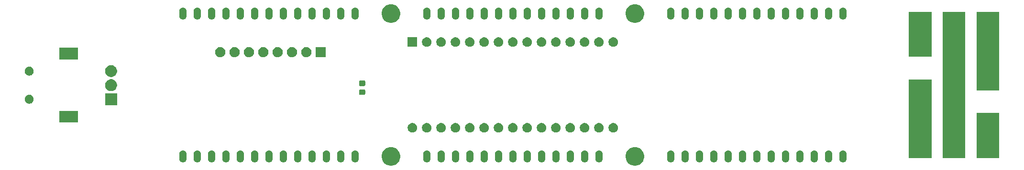
<source format=gbr>
G04 #@! TF.GenerationSoftware,KiCad,Pcbnew,(5.1.5)-3*
G04 #@! TF.CreationDate,2020-02-09T22:21:36-05:00*
G04 #@! TF.ProjectId,IEEE-Clock-Charlie,49454545-2d43-46c6-9f63-6b2d43686172,rev?*
G04 #@! TF.SameCoordinates,Original*
G04 #@! TF.FileFunction,Soldermask,Top*
G04 #@! TF.FilePolarity,Negative*
%FSLAX46Y46*%
G04 Gerber Fmt 4.6, Leading zero omitted, Abs format (unit mm)*
G04 Created by KiCad (PCBNEW (5.1.5)-3) date 2020-02-09 22:21:36*
%MOMM*%
%LPD*%
G04 APERTURE LIST*
%ADD10C,0.100000*%
G04 APERTURE END LIST*
D10*
G36*
X183255256Y-112691298D02*
G01*
X183361579Y-112712447D01*
X183662042Y-112836903D01*
X183932451Y-113017585D01*
X184162415Y-113247549D01*
X184234943Y-113356095D01*
X184343098Y-113517960D01*
X184350809Y-113536576D01*
X184397654Y-113649669D01*
X184467553Y-113818422D01*
X184531000Y-114137389D01*
X184531000Y-114462611D01*
X184467553Y-114781578D01*
X184350809Y-115063425D01*
X184343097Y-115082042D01*
X184162415Y-115352451D01*
X183932451Y-115582415D01*
X183662042Y-115763097D01*
X183361579Y-115887553D01*
X183255256Y-115908702D01*
X183042611Y-115951000D01*
X182717389Y-115951000D01*
X182504744Y-115908702D01*
X182398421Y-115887553D01*
X182097958Y-115763097D01*
X181827549Y-115582415D01*
X181597585Y-115352451D01*
X181416903Y-115082042D01*
X181409192Y-115063425D01*
X181292447Y-114781578D01*
X181229000Y-114462611D01*
X181229000Y-114137389D01*
X181292447Y-113818422D01*
X181362347Y-113649669D01*
X181409191Y-113536576D01*
X181416902Y-113517960D01*
X181525057Y-113356095D01*
X181597585Y-113247549D01*
X181827549Y-113017585D01*
X182097958Y-112836903D01*
X182398421Y-112712447D01*
X182504744Y-112691298D01*
X182717389Y-112649000D01*
X183042611Y-112649000D01*
X183255256Y-112691298D01*
G37*
G36*
X140075256Y-112691298D02*
G01*
X140181579Y-112712447D01*
X140482042Y-112836903D01*
X140752451Y-113017585D01*
X140982415Y-113247549D01*
X141054943Y-113356095D01*
X141163098Y-113517960D01*
X141170809Y-113536576D01*
X141217654Y-113649669D01*
X141287553Y-113818422D01*
X141351000Y-114137389D01*
X141351000Y-114462611D01*
X141287553Y-114781578D01*
X141170809Y-115063425D01*
X141163097Y-115082042D01*
X140982415Y-115352451D01*
X140752451Y-115582415D01*
X140482042Y-115763097D01*
X140181579Y-115887553D01*
X140075256Y-115908702D01*
X139862611Y-115951000D01*
X139537389Y-115951000D01*
X139324744Y-115908702D01*
X139218421Y-115887553D01*
X138917958Y-115763097D01*
X138647549Y-115582415D01*
X138417585Y-115352451D01*
X138236903Y-115082042D01*
X138229192Y-115063425D01*
X138112447Y-114781578D01*
X138049000Y-114462611D01*
X138049000Y-114137389D01*
X138112447Y-113818422D01*
X138182347Y-113649669D01*
X138229191Y-113536576D01*
X138236902Y-113517960D01*
X138345057Y-113356095D01*
X138417585Y-113247549D01*
X138647549Y-113017585D01*
X138917958Y-112836903D01*
X139218421Y-112712447D01*
X139324744Y-112691298D01*
X139537389Y-112649000D01*
X139862611Y-112649000D01*
X140075256Y-112691298D01*
G37*
G36*
X118237617Y-113258420D02*
G01*
X118328403Y-113285960D01*
X118360335Y-113295646D01*
X118473424Y-113356094D01*
X118572554Y-113437447D01*
X118653906Y-113536575D01*
X118714354Y-113649664D01*
X118724040Y-113681596D01*
X118751580Y-113772382D01*
X118761000Y-113868027D01*
X118761000Y-114731973D01*
X118751580Y-114827618D01*
X118724040Y-114918404D01*
X118714354Y-114950336D01*
X118653906Y-115063425D01*
X118572554Y-115162554D01*
X118473425Y-115243906D01*
X118360336Y-115304354D01*
X118328404Y-115314040D01*
X118237618Y-115341580D01*
X118110000Y-115354149D01*
X117982383Y-115341580D01*
X117891597Y-115314040D01*
X117859665Y-115304354D01*
X117746576Y-115243906D01*
X117647447Y-115162554D01*
X117566095Y-115063425D01*
X117505647Y-114950336D01*
X117501282Y-114935946D01*
X117468420Y-114827618D01*
X117459000Y-114731973D01*
X117459000Y-113868028D01*
X117468420Y-113772383D01*
X117505645Y-113649669D01*
X117505646Y-113649665D01*
X117566094Y-113536576D01*
X117647447Y-113437446D01*
X117746575Y-113356094D01*
X117859664Y-113295646D01*
X117891596Y-113285960D01*
X117982382Y-113258420D01*
X118110000Y-113245851D01*
X118237617Y-113258420D01*
G37*
G36*
X146177617Y-113258420D02*
G01*
X146268403Y-113285960D01*
X146300335Y-113295646D01*
X146413424Y-113356094D01*
X146512554Y-113437447D01*
X146593906Y-113536575D01*
X146654354Y-113649664D01*
X146664040Y-113681596D01*
X146691580Y-113772382D01*
X146701000Y-113868027D01*
X146701000Y-114731973D01*
X146691580Y-114827618D01*
X146664040Y-114918404D01*
X146654354Y-114950336D01*
X146593906Y-115063425D01*
X146512554Y-115162554D01*
X146413425Y-115243906D01*
X146300336Y-115304354D01*
X146268404Y-115314040D01*
X146177618Y-115341580D01*
X146050000Y-115354149D01*
X145922383Y-115341580D01*
X145831597Y-115314040D01*
X145799665Y-115304354D01*
X145686576Y-115243906D01*
X145587447Y-115162554D01*
X145506095Y-115063425D01*
X145445647Y-114950336D01*
X145441282Y-114935946D01*
X145408420Y-114827618D01*
X145399000Y-114731973D01*
X145399000Y-113868028D01*
X145408420Y-113772383D01*
X145445645Y-113649669D01*
X145445646Y-113649665D01*
X145506094Y-113536576D01*
X145587447Y-113437446D01*
X145686575Y-113356094D01*
X145799664Y-113295646D01*
X145831596Y-113285960D01*
X145922382Y-113258420D01*
X146050000Y-113245851D01*
X146177617Y-113258420D01*
G37*
G36*
X148717617Y-113258420D02*
G01*
X148808403Y-113285960D01*
X148840335Y-113295646D01*
X148953424Y-113356094D01*
X149052554Y-113437447D01*
X149133906Y-113536575D01*
X149194354Y-113649664D01*
X149204040Y-113681596D01*
X149231580Y-113772382D01*
X149241000Y-113868027D01*
X149241000Y-114731973D01*
X149231580Y-114827618D01*
X149204040Y-114918404D01*
X149194354Y-114950336D01*
X149133906Y-115063425D01*
X149052554Y-115162554D01*
X148953425Y-115243906D01*
X148840336Y-115304354D01*
X148808404Y-115314040D01*
X148717618Y-115341580D01*
X148590000Y-115354149D01*
X148462383Y-115341580D01*
X148371597Y-115314040D01*
X148339665Y-115304354D01*
X148226576Y-115243906D01*
X148127447Y-115162554D01*
X148046095Y-115063425D01*
X147985647Y-114950336D01*
X147981282Y-114935946D01*
X147948420Y-114827618D01*
X147939000Y-114731973D01*
X147939000Y-113868028D01*
X147948420Y-113772383D01*
X147985645Y-113649669D01*
X147985646Y-113649665D01*
X148046094Y-113536576D01*
X148127447Y-113437446D01*
X148226575Y-113356094D01*
X148339664Y-113295646D01*
X148371596Y-113285960D01*
X148462382Y-113258420D01*
X148590000Y-113245851D01*
X148717617Y-113258420D01*
G37*
G36*
X151257617Y-113258420D02*
G01*
X151348403Y-113285960D01*
X151380335Y-113295646D01*
X151493424Y-113356094D01*
X151592554Y-113437447D01*
X151673906Y-113536575D01*
X151734354Y-113649664D01*
X151744040Y-113681596D01*
X151771580Y-113772382D01*
X151781000Y-113868027D01*
X151781000Y-114731973D01*
X151771580Y-114827618D01*
X151744040Y-114918404D01*
X151734354Y-114950336D01*
X151673906Y-115063425D01*
X151592554Y-115162554D01*
X151493425Y-115243906D01*
X151380336Y-115304354D01*
X151348404Y-115314040D01*
X151257618Y-115341580D01*
X151130000Y-115354149D01*
X151002383Y-115341580D01*
X150911597Y-115314040D01*
X150879665Y-115304354D01*
X150766576Y-115243906D01*
X150667447Y-115162554D01*
X150586095Y-115063425D01*
X150525647Y-114950336D01*
X150521282Y-114935946D01*
X150488420Y-114827618D01*
X150479000Y-114731973D01*
X150479000Y-113868028D01*
X150488420Y-113772383D01*
X150525645Y-113649669D01*
X150525646Y-113649665D01*
X150586094Y-113536576D01*
X150667447Y-113437446D01*
X150766575Y-113356094D01*
X150879664Y-113295646D01*
X150911596Y-113285960D01*
X151002382Y-113258420D01*
X151130000Y-113245851D01*
X151257617Y-113258420D01*
G37*
G36*
X153797617Y-113258420D02*
G01*
X153888403Y-113285960D01*
X153920335Y-113295646D01*
X154033424Y-113356094D01*
X154132554Y-113437447D01*
X154213906Y-113536575D01*
X154274354Y-113649664D01*
X154284040Y-113681596D01*
X154311580Y-113772382D01*
X154321000Y-113868027D01*
X154321000Y-114731973D01*
X154311580Y-114827618D01*
X154284040Y-114918404D01*
X154274354Y-114950336D01*
X154213906Y-115063425D01*
X154132554Y-115162554D01*
X154033425Y-115243906D01*
X153920336Y-115304354D01*
X153888404Y-115314040D01*
X153797618Y-115341580D01*
X153670000Y-115354149D01*
X153542383Y-115341580D01*
X153451597Y-115314040D01*
X153419665Y-115304354D01*
X153306576Y-115243906D01*
X153207447Y-115162554D01*
X153126095Y-115063425D01*
X153065647Y-114950336D01*
X153061282Y-114935946D01*
X153028420Y-114827618D01*
X153019000Y-114731973D01*
X153019000Y-113868028D01*
X153028420Y-113772383D01*
X153065645Y-113649669D01*
X153065646Y-113649665D01*
X153126094Y-113536576D01*
X153207447Y-113437446D01*
X153306575Y-113356094D01*
X153419664Y-113295646D01*
X153451596Y-113285960D01*
X153542382Y-113258420D01*
X153670000Y-113245851D01*
X153797617Y-113258420D01*
G37*
G36*
X156337617Y-113258420D02*
G01*
X156428403Y-113285960D01*
X156460335Y-113295646D01*
X156573424Y-113356094D01*
X156672554Y-113437447D01*
X156753906Y-113536575D01*
X156814354Y-113649664D01*
X156824040Y-113681596D01*
X156851580Y-113772382D01*
X156861000Y-113868027D01*
X156861000Y-114731973D01*
X156851580Y-114827618D01*
X156824040Y-114918404D01*
X156814354Y-114950336D01*
X156753906Y-115063425D01*
X156672554Y-115162554D01*
X156573425Y-115243906D01*
X156460336Y-115304354D01*
X156428404Y-115314040D01*
X156337618Y-115341580D01*
X156210000Y-115354149D01*
X156082383Y-115341580D01*
X155991597Y-115314040D01*
X155959665Y-115304354D01*
X155846576Y-115243906D01*
X155747447Y-115162554D01*
X155666095Y-115063425D01*
X155605647Y-114950336D01*
X155601282Y-114935946D01*
X155568420Y-114827618D01*
X155559000Y-114731973D01*
X155559000Y-113868028D01*
X155568420Y-113772383D01*
X155605645Y-113649669D01*
X155605646Y-113649665D01*
X155666094Y-113536576D01*
X155747447Y-113437446D01*
X155846575Y-113356094D01*
X155959664Y-113295646D01*
X155991596Y-113285960D01*
X156082382Y-113258420D01*
X156210000Y-113245851D01*
X156337617Y-113258420D01*
G37*
G36*
X158877617Y-113258420D02*
G01*
X158968403Y-113285960D01*
X159000335Y-113295646D01*
X159113424Y-113356094D01*
X159212554Y-113437447D01*
X159293906Y-113536575D01*
X159354354Y-113649664D01*
X159364040Y-113681596D01*
X159391580Y-113772382D01*
X159401000Y-113868027D01*
X159401000Y-114731973D01*
X159391580Y-114827618D01*
X159364040Y-114918404D01*
X159354354Y-114950336D01*
X159293906Y-115063425D01*
X159212554Y-115162554D01*
X159113425Y-115243906D01*
X159000336Y-115304354D01*
X158968404Y-115314040D01*
X158877618Y-115341580D01*
X158750000Y-115354149D01*
X158622383Y-115341580D01*
X158531597Y-115314040D01*
X158499665Y-115304354D01*
X158386576Y-115243906D01*
X158287447Y-115162554D01*
X158206095Y-115063425D01*
X158145647Y-114950336D01*
X158141282Y-114935946D01*
X158108420Y-114827618D01*
X158099000Y-114731973D01*
X158099000Y-113868028D01*
X158108420Y-113772383D01*
X158145645Y-113649669D01*
X158145646Y-113649665D01*
X158206094Y-113536576D01*
X158287447Y-113437446D01*
X158386575Y-113356094D01*
X158499664Y-113295646D01*
X158531596Y-113285960D01*
X158622382Y-113258420D01*
X158750000Y-113245851D01*
X158877617Y-113258420D01*
G37*
G36*
X161417617Y-113258420D02*
G01*
X161508403Y-113285960D01*
X161540335Y-113295646D01*
X161653424Y-113356094D01*
X161752554Y-113437447D01*
X161833906Y-113536575D01*
X161894354Y-113649664D01*
X161904040Y-113681596D01*
X161931580Y-113772382D01*
X161941000Y-113868027D01*
X161941000Y-114731973D01*
X161931580Y-114827618D01*
X161904040Y-114918404D01*
X161894354Y-114950336D01*
X161833906Y-115063425D01*
X161752554Y-115162554D01*
X161653425Y-115243906D01*
X161540336Y-115304354D01*
X161508404Y-115314040D01*
X161417618Y-115341580D01*
X161290000Y-115354149D01*
X161162383Y-115341580D01*
X161071597Y-115314040D01*
X161039665Y-115304354D01*
X160926576Y-115243906D01*
X160827447Y-115162554D01*
X160746095Y-115063425D01*
X160685647Y-114950336D01*
X160681282Y-114935946D01*
X160648420Y-114827618D01*
X160639000Y-114731973D01*
X160639000Y-113868028D01*
X160648420Y-113772383D01*
X160685645Y-113649669D01*
X160685646Y-113649665D01*
X160746094Y-113536576D01*
X160827447Y-113437446D01*
X160926575Y-113356094D01*
X161039664Y-113295646D01*
X161071596Y-113285960D01*
X161162382Y-113258420D01*
X161290000Y-113245851D01*
X161417617Y-113258420D01*
G37*
G36*
X163957617Y-113258420D02*
G01*
X164048403Y-113285960D01*
X164080335Y-113295646D01*
X164193424Y-113356094D01*
X164292554Y-113437447D01*
X164373906Y-113536575D01*
X164434354Y-113649664D01*
X164444040Y-113681596D01*
X164471580Y-113772382D01*
X164481000Y-113868027D01*
X164481000Y-114731973D01*
X164471580Y-114827618D01*
X164444040Y-114918404D01*
X164434354Y-114950336D01*
X164373906Y-115063425D01*
X164292554Y-115162554D01*
X164193425Y-115243906D01*
X164080336Y-115304354D01*
X164048404Y-115314040D01*
X163957618Y-115341580D01*
X163830000Y-115354149D01*
X163702383Y-115341580D01*
X163611597Y-115314040D01*
X163579665Y-115304354D01*
X163466576Y-115243906D01*
X163367447Y-115162554D01*
X163286095Y-115063425D01*
X163225647Y-114950336D01*
X163221282Y-114935946D01*
X163188420Y-114827618D01*
X163179000Y-114731973D01*
X163179000Y-113868028D01*
X163188420Y-113772383D01*
X163225645Y-113649669D01*
X163225646Y-113649665D01*
X163286094Y-113536576D01*
X163367447Y-113437446D01*
X163466575Y-113356094D01*
X163579664Y-113295646D01*
X163611596Y-113285960D01*
X163702382Y-113258420D01*
X163830000Y-113245851D01*
X163957617Y-113258420D01*
G37*
G36*
X166497617Y-113258420D02*
G01*
X166588403Y-113285960D01*
X166620335Y-113295646D01*
X166733424Y-113356094D01*
X166832554Y-113437447D01*
X166913906Y-113536575D01*
X166974354Y-113649664D01*
X166984040Y-113681596D01*
X167011580Y-113772382D01*
X167021000Y-113868027D01*
X167021000Y-114731973D01*
X167011580Y-114827618D01*
X166984040Y-114918404D01*
X166974354Y-114950336D01*
X166913906Y-115063425D01*
X166832554Y-115162554D01*
X166733425Y-115243906D01*
X166620336Y-115304354D01*
X166588404Y-115314040D01*
X166497618Y-115341580D01*
X166370000Y-115354149D01*
X166242383Y-115341580D01*
X166151597Y-115314040D01*
X166119665Y-115304354D01*
X166006576Y-115243906D01*
X165907447Y-115162554D01*
X165826095Y-115063425D01*
X165765647Y-114950336D01*
X165761282Y-114935946D01*
X165728420Y-114827618D01*
X165719000Y-114731973D01*
X165719000Y-113868028D01*
X165728420Y-113772383D01*
X165765645Y-113649669D01*
X165765646Y-113649665D01*
X165826094Y-113536576D01*
X165907447Y-113437446D01*
X166006575Y-113356094D01*
X166119664Y-113295646D01*
X166151596Y-113285960D01*
X166242382Y-113258420D01*
X166370000Y-113245851D01*
X166497617Y-113258420D01*
G37*
G36*
X217297617Y-113258420D02*
G01*
X217388403Y-113285960D01*
X217420335Y-113295646D01*
X217533424Y-113356094D01*
X217632554Y-113437447D01*
X217713906Y-113536575D01*
X217774354Y-113649664D01*
X217784040Y-113681596D01*
X217811580Y-113772382D01*
X217821000Y-113868027D01*
X217821000Y-114731973D01*
X217811580Y-114827618D01*
X217784040Y-114918404D01*
X217774354Y-114950336D01*
X217713906Y-115063425D01*
X217632554Y-115162554D01*
X217533425Y-115243906D01*
X217420336Y-115304354D01*
X217388404Y-115314040D01*
X217297618Y-115341580D01*
X217170000Y-115354149D01*
X217042383Y-115341580D01*
X216951597Y-115314040D01*
X216919665Y-115304354D01*
X216806576Y-115243906D01*
X216707447Y-115162554D01*
X216626095Y-115063425D01*
X216565647Y-114950336D01*
X216561282Y-114935946D01*
X216528420Y-114827618D01*
X216519000Y-114731973D01*
X216519000Y-113868028D01*
X216528420Y-113772383D01*
X216565645Y-113649669D01*
X216565646Y-113649665D01*
X216626094Y-113536576D01*
X216707447Y-113437446D01*
X216806575Y-113356094D01*
X216919664Y-113295646D01*
X216951596Y-113285960D01*
X217042382Y-113258420D01*
X217170000Y-113245851D01*
X217297617Y-113258420D01*
G37*
G36*
X171577617Y-113258420D02*
G01*
X171668403Y-113285960D01*
X171700335Y-113295646D01*
X171813424Y-113356094D01*
X171912554Y-113437447D01*
X171993906Y-113536575D01*
X172054354Y-113649664D01*
X172064040Y-113681596D01*
X172091580Y-113772382D01*
X172101000Y-113868027D01*
X172101000Y-114731973D01*
X172091580Y-114827618D01*
X172064040Y-114918404D01*
X172054354Y-114950336D01*
X171993906Y-115063425D01*
X171912554Y-115162554D01*
X171813425Y-115243906D01*
X171700336Y-115304354D01*
X171668404Y-115314040D01*
X171577618Y-115341580D01*
X171450000Y-115354149D01*
X171322383Y-115341580D01*
X171231597Y-115314040D01*
X171199665Y-115304354D01*
X171086576Y-115243906D01*
X170987447Y-115162554D01*
X170906095Y-115063425D01*
X170845647Y-114950336D01*
X170841282Y-114935946D01*
X170808420Y-114827618D01*
X170799000Y-114731973D01*
X170799000Y-113868028D01*
X170808420Y-113772383D01*
X170845645Y-113649669D01*
X170845646Y-113649665D01*
X170906094Y-113536576D01*
X170987447Y-113437446D01*
X171086575Y-113356094D01*
X171199664Y-113295646D01*
X171231596Y-113285960D01*
X171322382Y-113258420D01*
X171450000Y-113245851D01*
X171577617Y-113258420D01*
G37*
G36*
X174117617Y-113258420D02*
G01*
X174208403Y-113285960D01*
X174240335Y-113295646D01*
X174353424Y-113356094D01*
X174452554Y-113437447D01*
X174533906Y-113536575D01*
X174594354Y-113649664D01*
X174604040Y-113681596D01*
X174631580Y-113772382D01*
X174641000Y-113868027D01*
X174641000Y-114731973D01*
X174631580Y-114827618D01*
X174604040Y-114918404D01*
X174594354Y-114950336D01*
X174533906Y-115063425D01*
X174452554Y-115162554D01*
X174353425Y-115243906D01*
X174240336Y-115304354D01*
X174208404Y-115314040D01*
X174117618Y-115341580D01*
X173990000Y-115354149D01*
X173862383Y-115341580D01*
X173771597Y-115314040D01*
X173739665Y-115304354D01*
X173626576Y-115243906D01*
X173527447Y-115162554D01*
X173446095Y-115063425D01*
X173385647Y-114950336D01*
X173381282Y-114935946D01*
X173348420Y-114827618D01*
X173339000Y-114731973D01*
X173339000Y-113868028D01*
X173348420Y-113772383D01*
X173385645Y-113649669D01*
X173385646Y-113649665D01*
X173446094Y-113536576D01*
X173527447Y-113437446D01*
X173626575Y-113356094D01*
X173739664Y-113295646D01*
X173771596Y-113285960D01*
X173862382Y-113258420D01*
X173990000Y-113245851D01*
X174117617Y-113258420D01*
G37*
G36*
X176657617Y-113258420D02*
G01*
X176748403Y-113285960D01*
X176780335Y-113295646D01*
X176893424Y-113356094D01*
X176992554Y-113437447D01*
X177073906Y-113536575D01*
X177134354Y-113649664D01*
X177144040Y-113681596D01*
X177171580Y-113772382D01*
X177181000Y-113868027D01*
X177181000Y-114731973D01*
X177171580Y-114827618D01*
X177144040Y-114918404D01*
X177134354Y-114950336D01*
X177073906Y-115063425D01*
X176992554Y-115162554D01*
X176893425Y-115243906D01*
X176780336Y-115304354D01*
X176748404Y-115314040D01*
X176657618Y-115341580D01*
X176530000Y-115354149D01*
X176402383Y-115341580D01*
X176311597Y-115314040D01*
X176279665Y-115304354D01*
X176166576Y-115243906D01*
X176067447Y-115162554D01*
X175986095Y-115063425D01*
X175925647Y-114950336D01*
X175921282Y-114935946D01*
X175888420Y-114827618D01*
X175879000Y-114731973D01*
X175879000Y-113868028D01*
X175888420Y-113772383D01*
X175925645Y-113649669D01*
X175925646Y-113649665D01*
X175986094Y-113536576D01*
X176067447Y-113437446D01*
X176166575Y-113356094D01*
X176279664Y-113295646D01*
X176311596Y-113285960D01*
X176402382Y-113258420D01*
X176530000Y-113245851D01*
X176657617Y-113258420D01*
G37*
G36*
X102997617Y-113258420D02*
G01*
X103088403Y-113285960D01*
X103120335Y-113295646D01*
X103233424Y-113356094D01*
X103332554Y-113437447D01*
X103413906Y-113536575D01*
X103474354Y-113649664D01*
X103484040Y-113681596D01*
X103511580Y-113772382D01*
X103521000Y-113868027D01*
X103521000Y-114731973D01*
X103511580Y-114827618D01*
X103484040Y-114918404D01*
X103474354Y-114950336D01*
X103413906Y-115063425D01*
X103332554Y-115162554D01*
X103233425Y-115243906D01*
X103120336Y-115304354D01*
X103088404Y-115314040D01*
X102997618Y-115341580D01*
X102870000Y-115354149D01*
X102742383Y-115341580D01*
X102651597Y-115314040D01*
X102619665Y-115304354D01*
X102506576Y-115243906D01*
X102407447Y-115162554D01*
X102326095Y-115063425D01*
X102265647Y-114950336D01*
X102261282Y-114935946D01*
X102228420Y-114827618D01*
X102219000Y-114731973D01*
X102219000Y-113868028D01*
X102228420Y-113772383D01*
X102265645Y-113649669D01*
X102265646Y-113649665D01*
X102326094Y-113536576D01*
X102407447Y-113437446D01*
X102506575Y-113356094D01*
X102619664Y-113295646D01*
X102651596Y-113285960D01*
X102742382Y-113258420D01*
X102870000Y-113245851D01*
X102997617Y-113258420D01*
G37*
G36*
X105537617Y-113258420D02*
G01*
X105628403Y-113285960D01*
X105660335Y-113295646D01*
X105773424Y-113356094D01*
X105872554Y-113437447D01*
X105953906Y-113536575D01*
X106014354Y-113649664D01*
X106024040Y-113681596D01*
X106051580Y-113772382D01*
X106061000Y-113868027D01*
X106061000Y-114731973D01*
X106051580Y-114827618D01*
X106024040Y-114918404D01*
X106014354Y-114950336D01*
X105953906Y-115063425D01*
X105872554Y-115162554D01*
X105773425Y-115243906D01*
X105660336Y-115304354D01*
X105628404Y-115314040D01*
X105537618Y-115341580D01*
X105410000Y-115354149D01*
X105282383Y-115341580D01*
X105191597Y-115314040D01*
X105159665Y-115304354D01*
X105046576Y-115243906D01*
X104947447Y-115162554D01*
X104866095Y-115063425D01*
X104805647Y-114950336D01*
X104801282Y-114935946D01*
X104768420Y-114827618D01*
X104759000Y-114731973D01*
X104759000Y-113868028D01*
X104768420Y-113772383D01*
X104805645Y-113649669D01*
X104805646Y-113649665D01*
X104866094Y-113536576D01*
X104947447Y-113437446D01*
X105046575Y-113356094D01*
X105159664Y-113295646D01*
X105191596Y-113285960D01*
X105282382Y-113258420D01*
X105410000Y-113245851D01*
X105537617Y-113258420D01*
G37*
G36*
X108077617Y-113258420D02*
G01*
X108168403Y-113285960D01*
X108200335Y-113295646D01*
X108313424Y-113356094D01*
X108412554Y-113437447D01*
X108493906Y-113536575D01*
X108554354Y-113649664D01*
X108564040Y-113681596D01*
X108591580Y-113772382D01*
X108601000Y-113868027D01*
X108601000Y-114731973D01*
X108591580Y-114827618D01*
X108564040Y-114918404D01*
X108554354Y-114950336D01*
X108493906Y-115063425D01*
X108412554Y-115162554D01*
X108313425Y-115243906D01*
X108200336Y-115304354D01*
X108168404Y-115314040D01*
X108077618Y-115341580D01*
X107950000Y-115354149D01*
X107822383Y-115341580D01*
X107731597Y-115314040D01*
X107699665Y-115304354D01*
X107586576Y-115243906D01*
X107487447Y-115162554D01*
X107406095Y-115063425D01*
X107345647Y-114950336D01*
X107341282Y-114935946D01*
X107308420Y-114827618D01*
X107299000Y-114731973D01*
X107299000Y-113868028D01*
X107308420Y-113772383D01*
X107345645Y-113649669D01*
X107345646Y-113649665D01*
X107406094Y-113536576D01*
X107487447Y-113437446D01*
X107586575Y-113356094D01*
X107699664Y-113295646D01*
X107731596Y-113285960D01*
X107822382Y-113258420D01*
X107950000Y-113245851D01*
X108077617Y-113258420D01*
G37*
G36*
X110617617Y-113258420D02*
G01*
X110708403Y-113285960D01*
X110740335Y-113295646D01*
X110853424Y-113356094D01*
X110952554Y-113437447D01*
X111033906Y-113536575D01*
X111094354Y-113649664D01*
X111104040Y-113681596D01*
X111131580Y-113772382D01*
X111141000Y-113868027D01*
X111141000Y-114731973D01*
X111131580Y-114827618D01*
X111104040Y-114918404D01*
X111094354Y-114950336D01*
X111033906Y-115063425D01*
X110952554Y-115162554D01*
X110853425Y-115243906D01*
X110740336Y-115304354D01*
X110708404Y-115314040D01*
X110617618Y-115341580D01*
X110490000Y-115354149D01*
X110362383Y-115341580D01*
X110271597Y-115314040D01*
X110239665Y-115304354D01*
X110126576Y-115243906D01*
X110027447Y-115162554D01*
X109946095Y-115063425D01*
X109885647Y-114950336D01*
X109881282Y-114935946D01*
X109848420Y-114827618D01*
X109839000Y-114731973D01*
X109839000Y-113868028D01*
X109848420Y-113772383D01*
X109885645Y-113649669D01*
X109885646Y-113649665D01*
X109946094Y-113536576D01*
X110027447Y-113437446D01*
X110126575Y-113356094D01*
X110239664Y-113295646D01*
X110271596Y-113285960D01*
X110362382Y-113258420D01*
X110490000Y-113245851D01*
X110617617Y-113258420D01*
G37*
G36*
X113157617Y-113258420D02*
G01*
X113248403Y-113285960D01*
X113280335Y-113295646D01*
X113393424Y-113356094D01*
X113492554Y-113437447D01*
X113573906Y-113536575D01*
X113634354Y-113649664D01*
X113644040Y-113681596D01*
X113671580Y-113772382D01*
X113681000Y-113868027D01*
X113681000Y-114731973D01*
X113671580Y-114827618D01*
X113644040Y-114918404D01*
X113634354Y-114950336D01*
X113573906Y-115063425D01*
X113492554Y-115162554D01*
X113393425Y-115243906D01*
X113280336Y-115304354D01*
X113248404Y-115314040D01*
X113157618Y-115341580D01*
X113030000Y-115354149D01*
X112902383Y-115341580D01*
X112811597Y-115314040D01*
X112779665Y-115304354D01*
X112666576Y-115243906D01*
X112567447Y-115162554D01*
X112486095Y-115063425D01*
X112425647Y-114950336D01*
X112421282Y-114935946D01*
X112388420Y-114827618D01*
X112379000Y-114731973D01*
X112379000Y-113868028D01*
X112388420Y-113772383D01*
X112425645Y-113649669D01*
X112425646Y-113649665D01*
X112486094Y-113536576D01*
X112567447Y-113437446D01*
X112666575Y-113356094D01*
X112779664Y-113295646D01*
X112811596Y-113285960D01*
X112902382Y-113258420D01*
X113030000Y-113245851D01*
X113157617Y-113258420D01*
G37*
G36*
X115697617Y-113258420D02*
G01*
X115788403Y-113285960D01*
X115820335Y-113295646D01*
X115933424Y-113356094D01*
X116032554Y-113437447D01*
X116113906Y-113536575D01*
X116174354Y-113649664D01*
X116184040Y-113681596D01*
X116211580Y-113772382D01*
X116221000Y-113868027D01*
X116221000Y-114731973D01*
X116211580Y-114827618D01*
X116184040Y-114918404D01*
X116174354Y-114950336D01*
X116113906Y-115063425D01*
X116032554Y-115162554D01*
X115933425Y-115243906D01*
X115820336Y-115304354D01*
X115788404Y-115314040D01*
X115697618Y-115341580D01*
X115570000Y-115354149D01*
X115442383Y-115341580D01*
X115351597Y-115314040D01*
X115319665Y-115304354D01*
X115206576Y-115243906D01*
X115107447Y-115162554D01*
X115026095Y-115063425D01*
X114965647Y-114950336D01*
X114961282Y-114935946D01*
X114928420Y-114827618D01*
X114919000Y-114731973D01*
X114919000Y-113868028D01*
X114928420Y-113772383D01*
X114965645Y-113649669D01*
X114965646Y-113649665D01*
X115026094Y-113536576D01*
X115107447Y-113437446D01*
X115206575Y-113356094D01*
X115319664Y-113295646D01*
X115351596Y-113285960D01*
X115442382Y-113258420D01*
X115570000Y-113245851D01*
X115697617Y-113258420D01*
G37*
G36*
X219837617Y-113258420D02*
G01*
X219928403Y-113285960D01*
X219960335Y-113295646D01*
X220073424Y-113356094D01*
X220172554Y-113437447D01*
X220253906Y-113536575D01*
X220314354Y-113649664D01*
X220324040Y-113681596D01*
X220351580Y-113772382D01*
X220361000Y-113868027D01*
X220361000Y-114731973D01*
X220351580Y-114827618D01*
X220324040Y-114918404D01*
X220314354Y-114950336D01*
X220253906Y-115063425D01*
X220172554Y-115162554D01*
X220073425Y-115243906D01*
X219960336Y-115304354D01*
X219928404Y-115314040D01*
X219837618Y-115341580D01*
X219710000Y-115354149D01*
X219582383Y-115341580D01*
X219491597Y-115314040D01*
X219459665Y-115304354D01*
X219346576Y-115243906D01*
X219247447Y-115162554D01*
X219166095Y-115063425D01*
X219105647Y-114950336D01*
X219101282Y-114935946D01*
X219068420Y-114827618D01*
X219059000Y-114731973D01*
X219059000Y-113868028D01*
X219068420Y-113772383D01*
X219105645Y-113649669D01*
X219105646Y-113649665D01*
X219166094Y-113536576D01*
X219247447Y-113437446D01*
X219346575Y-113356094D01*
X219459664Y-113295646D01*
X219491596Y-113285960D01*
X219582382Y-113258420D01*
X219710000Y-113245851D01*
X219837617Y-113258420D01*
G37*
G36*
X169037617Y-113258420D02*
G01*
X169128403Y-113285960D01*
X169160335Y-113295646D01*
X169273424Y-113356094D01*
X169372554Y-113437447D01*
X169453906Y-113536575D01*
X169514354Y-113649664D01*
X169524040Y-113681596D01*
X169551580Y-113772382D01*
X169561000Y-113868027D01*
X169561000Y-114731973D01*
X169551580Y-114827618D01*
X169524040Y-114918404D01*
X169514354Y-114950336D01*
X169453906Y-115063425D01*
X169372554Y-115162554D01*
X169273425Y-115243906D01*
X169160336Y-115304354D01*
X169128404Y-115314040D01*
X169037618Y-115341580D01*
X168910000Y-115354149D01*
X168782383Y-115341580D01*
X168691597Y-115314040D01*
X168659665Y-115304354D01*
X168546576Y-115243906D01*
X168447447Y-115162554D01*
X168366095Y-115063425D01*
X168305647Y-114950336D01*
X168301282Y-114935946D01*
X168268420Y-114827618D01*
X168259000Y-114731973D01*
X168259000Y-113868028D01*
X168268420Y-113772383D01*
X168305645Y-113649669D01*
X168305646Y-113649665D01*
X168366094Y-113536576D01*
X168447447Y-113437446D01*
X168546575Y-113356094D01*
X168659664Y-113295646D01*
X168691596Y-113285960D01*
X168782382Y-113258420D01*
X168910000Y-113245851D01*
X169037617Y-113258420D01*
G37*
G36*
X120777617Y-113258420D02*
G01*
X120868403Y-113285960D01*
X120900335Y-113295646D01*
X121013424Y-113356094D01*
X121112554Y-113437447D01*
X121193906Y-113536575D01*
X121254354Y-113649664D01*
X121264040Y-113681596D01*
X121291580Y-113772382D01*
X121301000Y-113868027D01*
X121301000Y-114731973D01*
X121291580Y-114827618D01*
X121264040Y-114918404D01*
X121254354Y-114950336D01*
X121193906Y-115063425D01*
X121112554Y-115162554D01*
X121013425Y-115243906D01*
X120900336Y-115304354D01*
X120868404Y-115314040D01*
X120777618Y-115341580D01*
X120650000Y-115354149D01*
X120522383Y-115341580D01*
X120431597Y-115314040D01*
X120399665Y-115304354D01*
X120286576Y-115243906D01*
X120187447Y-115162554D01*
X120106095Y-115063425D01*
X120045647Y-114950336D01*
X120041282Y-114935946D01*
X120008420Y-114827618D01*
X119999000Y-114731973D01*
X119999000Y-113868028D01*
X120008420Y-113772383D01*
X120045645Y-113649669D01*
X120045646Y-113649665D01*
X120106094Y-113536576D01*
X120187447Y-113437446D01*
X120286575Y-113356094D01*
X120399664Y-113295646D01*
X120431596Y-113285960D01*
X120522382Y-113258420D01*
X120650000Y-113245851D01*
X120777617Y-113258420D01*
G37*
G36*
X123317617Y-113258420D02*
G01*
X123408403Y-113285960D01*
X123440335Y-113295646D01*
X123553424Y-113356094D01*
X123652554Y-113437447D01*
X123733906Y-113536575D01*
X123794354Y-113649664D01*
X123804040Y-113681596D01*
X123831580Y-113772382D01*
X123841000Y-113868027D01*
X123841000Y-114731973D01*
X123831580Y-114827618D01*
X123804040Y-114918404D01*
X123794354Y-114950336D01*
X123733906Y-115063425D01*
X123652554Y-115162554D01*
X123553425Y-115243906D01*
X123440336Y-115304354D01*
X123408404Y-115314040D01*
X123317618Y-115341580D01*
X123190000Y-115354149D01*
X123062383Y-115341580D01*
X122971597Y-115314040D01*
X122939665Y-115304354D01*
X122826576Y-115243906D01*
X122727447Y-115162554D01*
X122646095Y-115063425D01*
X122585647Y-114950336D01*
X122581282Y-114935946D01*
X122548420Y-114827618D01*
X122539000Y-114731973D01*
X122539000Y-113868028D01*
X122548420Y-113772383D01*
X122585645Y-113649669D01*
X122585646Y-113649665D01*
X122646094Y-113536576D01*
X122727447Y-113437446D01*
X122826575Y-113356094D01*
X122939664Y-113295646D01*
X122971596Y-113285960D01*
X123062382Y-113258420D01*
X123190000Y-113245851D01*
X123317617Y-113258420D01*
G37*
G36*
X125857617Y-113258420D02*
G01*
X125948403Y-113285960D01*
X125980335Y-113295646D01*
X126093424Y-113356094D01*
X126192554Y-113437447D01*
X126273906Y-113536575D01*
X126334354Y-113649664D01*
X126344040Y-113681596D01*
X126371580Y-113772382D01*
X126381000Y-113868027D01*
X126381000Y-114731973D01*
X126371580Y-114827618D01*
X126344040Y-114918404D01*
X126334354Y-114950336D01*
X126273906Y-115063425D01*
X126192554Y-115162554D01*
X126093425Y-115243906D01*
X125980336Y-115304354D01*
X125948404Y-115314040D01*
X125857618Y-115341580D01*
X125730000Y-115354149D01*
X125602383Y-115341580D01*
X125511597Y-115314040D01*
X125479665Y-115304354D01*
X125366576Y-115243906D01*
X125267447Y-115162554D01*
X125186095Y-115063425D01*
X125125647Y-114950336D01*
X125121282Y-114935946D01*
X125088420Y-114827618D01*
X125079000Y-114731973D01*
X125079000Y-113868028D01*
X125088420Y-113772383D01*
X125125645Y-113649669D01*
X125125646Y-113649665D01*
X125186094Y-113536576D01*
X125267447Y-113437446D01*
X125366575Y-113356094D01*
X125479664Y-113295646D01*
X125511596Y-113285960D01*
X125602382Y-113258420D01*
X125730000Y-113245851D01*
X125857617Y-113258420D01*
G37*
G36*
X128397617Y-113258420D02*
G01*
X128488403Y-113285960D01*
X128520335Y-113295646D01*
X128633424Y-113356094D01*
X128732554Y-113437447D01*
X128813906Y-113536575D01*
X128874354Y-113649664D01*
X128884040Y-113681596D01*
X128911580Y-113772382D01*
X128921000Y-113868027D01*
X128921000Y-114731973D01*
X128911580Y-114827618D01*
X128884040Y-114918404D01*
X128874354Y-114950336D01*
X128813906Y-115063425D01*
X128732554Y-115162554D01*
X128633425Y-115243906D01*
X128520336Y-115304354D01*
X128488404Y-115314040D01*
X128397618Y-115341580D01*
X128270000Y-115354149D01*
X128142383Y-115341580D01*
X128051597Y-115314040D01*
X128019665Y-115304354D01*
X127906576Y-115243906D01*
X127807447Y-115162554D01*
X127726095Y-115063425D01*
X127665647Y-114950336D01*
X127661282Y-114935946D01*
X127628420Y-114827618D01*
X127619000Y-114731973D01*
X127619000Y-113868028D01*
X127628420Y-113772383D01*
X127665645Y-113649669D01*
X127665646Y-113649665D01*
X127726094Y-113536576D01*
X127807447Y-113437446D01*
X127906575Y-113356094D01*
X128019664Y-113295646D01*
X128051596Y-113285960D01*
X128142382Y-113258420D01*
X128270000Y-113245851D01*
X128397617Y-113258420D01*
G37*
G36*
X130937617Y-113258420D02*
G01*
X131028403Y-113285960D01*
X131060335Y-113295646D01*
X131173424Y-113356094D01*
X131272554Y-113437447D01*
X131353906Y-113536575D01*
X131414354Y-113649664D01*
X131424040Y-113681596D01*
X131451580Y-113772382D01*
X131461000Y-113868027D01*
X131461000Y-114731973D01*
X131451580Y-114827618D01*
X131424040Y-114918404D01*
X131414354Y-114950336D01*
X131353906Y-115063425D01*
X131272554Y-115162554D01*
X131173425Y-115243906D01*
X131060336Y-115304354D01*
X131028404Y-115314040D01*
X130937618Y-115341580D01*
X130810000Y-115354149D01*
X130682383Y-115341580D01*
X130591597Y-115314040D01*
X130559665Y-115304354D01*
X130446576Y-115243906D01*
X130347447Y-115162554D01*
X130266095Y-115063425D01*
X130205647Y-114950336D01*
X130201282Y-114935946D01*
X130168420Y-114827618D01*
X130159000Y-114731973D01*
X130159000Y-113868028D01*
X130168420Y-113772383D01*
X130205645Y-113649669D01*
X130205646Y-113649665D01*
X130266094Y-113536576D01*
X130347447Y-113437446D01*
X130446575Y-113356094D01*
X130559664Y-113295646D01*
X130591596Y-113285960D01*
X130682382Y-113258420D01*
X130810000Y-113245851D01*
X130937617Y-113258420D01*
G37*
G36*
X133477617Y-113258420D02*
G01*
X133568403Y-113285960D01*
X133600335Y-113295646D01*
X133713424Y-113356094D01*
X133812554Y-113437447D01*
X133893906Y-113536575D01*
X133954354Y-113649664D01*
X133964040Y-113681596D01*
X133991580Y-113772382D01*
X134001000Y-113868027D01*
X134001000Y-114731973D01*
X133991580Y-114827618D01*
X133964040Y-114918404D01*
X133954354Y-114950336D01*
X133893906Y-115063425D01*
X133812554Y-115162554D01*
X133713425Y-115243906D01*
X133600336Y-115304354D01*
X133568404Y-115314040D01*
X133477618Y-115341580D01*
X133350000Y-115354149D01*
X133222383Y-115341580D01*
X133131597Y-115314040D01*
X133099665Y-115304354D01*
X132986576Y-115243906D01*
X132887447Y-115162554D01*
X132806095Y-115063425D01*
X132745647Y-114950336D01*
X132741282Y-114935946D01*
X132708420Y-114827618D01*
X132699000Y-114731973D01*
X132699000Y-113868028D01*
X132708420Y-113772383D01*
X132745645Y-113649669D01*
X132745646Y-113649665D01*
X132806094Y-113536576D01*
X132887447Y-113437446D01*
X132986575Y-113356094D01*
X133099664Y-113295646D01*
X133131596Y-113285960D01*
X133222382Y-113258420D01*
X133350000Y-113245851D01*
X133477617Y-113258420D01*
G37*
G36*
X189357617Y-113258420D02*
G01*
X189448403Y-113285960D01*
X189480335Y-113295646D01*
X189593424Y-113356094D01*
X189692554Y-113437447D01*
X189773906Y-113536575D01*
X189834354Y-113649664D01*
X189844040Y-113681596D01*
X189871580Y-113772382D01*
X189881000Y-113868027D01*
X189881000Y-114731973D01*
X189871580Y-114827618D01*
X189844040Y-114918404D01*
X189834354Y-114950336D01*
X189773906Y-115063425D01*
X189692554Y-115162554D01*
X189593425Y-115243906D01*
X189480336Y-115304354D01*
X189448404Y-115314040D01*
X189357618Y-115341580D01*
X189230000Y-115354149D01*
X189102383Y-115341580D01*
X189011597Y-115314040D01*
X188979665Y-115304354D01*
X188866576Y-115243906D01*
X188767447Y-115162554D01*
X188686095Y-115063425D01*
X188625647Y-114950336D01*
X188621282Y-114935946D01*
X188588420Y-114827618D01*
X188579000Y-114731973D01*
X188579000Y-113868028D01*
X188588420Y-113772383D01*
X188625645Y-113649669D01*
X188625646Y-113649665D01*
X188686094Y-113536576D01*
X188767447Y-113437446D01*
X188866575Y-113356094D01*
X188979664Y-113295646D01*
X189011596Y-113285960D01*
X189102382Y-113258420D01*
X189230000Y-113245851D01*
X189357617Y-113258420D01*
G37*
G36*
X191897617Y-113258420D02*
G01*
X191988403Y-113285960D01*
X192020335Y-113295646D01*
X192133424Y-113356094D01*
X192232554Y-113437447D01*
X192313906Y-113536575D01*
X192374354Y-113649664D01*
X192384040Y-113681596D01*
X192411580Y-113772382D01*
X192421000Y-113868027D01*
X192421000Y-114731973D01*
X192411580Y-114827618D01*
X192384040Y-114918404D01*
X192374354Y-114950336D01*
X192313906Y-115063425D01*
X192232554Y-115162554D01*
X192133425Y-115243906D01*
X192020336Y-115304354D01*
X191988404Y-115314040D01*
X191897618Y-115341580D01*
X191770000Y-115354149D01*
X191642383Y-115341580D01*
X191551597Y-115314040D01*
X191519665Y-115304354D01*
X191406576Y-115243906D01*
X191307447Y-115162554D01*
X191226095Y-115063425D01*
X191165647Y-114950336D01*
X191161282Y-114935946D01*
X191128420Y-114827618D01*
X191119000Y-114731973D01*
X191119000Y-113868028D01*
X191128420Y-113772383D01*
X191165645Y-113649669D01*
X191165646Y-113649665D01*
X191226094Y-113536576D01*
X191307447Y-113437446D01*
X191406575Y-113356094D01*
X191519664Y-113295646D01*
X191551596Y-113285960D01*
X191642382Y-113258420D01*
X191770000Y-113245851D01*
X191897617Y-113258420D01*
G37*
G36*
X196977617Y-113258420D02*
G01*
X197068403Y-113285960D01*
X197100335Y-113295646D01*
X197213424Y-113356094D01*
X197312554Y-113437447D01*
X197393906Y-113536575D01*
X197454354Y-113649664D01*
X197464040Y-113681596D01*
X197491580Y-113772382D01*
X197501000Y-113868027D01*
X197501000Y-114731973D01*
X197491580Y-114827618D01*
X197464040Y-114918404D01*
X197454354Y-114950336D01*
X197393906Y-115063425D01*
X197312554Y-115162554D01*
X197213425Y-115243906D01*
X197100336Y-115304354D01*
X197068404Y-115314040D01*
X196977618Y-115341580D01*
X196850000Y-115354149D01*
X196722383Y-115341580D01*
X196631597Y-115314040D01*
X196599665Y-115304354D01*
X196486576Y-115243906D01*
X196387447Y-115162554D01*
X196306095Y-115063425D01*
X196245647Y-114950336D01*
X196241282Y-114935946D01*
X196208420Y-114827618D01*
X196199000Y-114731973D01*
X196199000Y-113868028D01*
X196208420Y-113772383D01*
X196245645Y-113649669D01*
X196245646Y-113649665D01*
X196306094Y-113536576D01*
X196387447Y-113437446D01*
X196486575Y-113356094D01*
X196599664Y-113295646D01*
X196631596Y-113285960D01*
X196722382Y-113258420D01*
X196850000Y-113245851D01*
X196977617Y-113258420D01*
G37*
G36*
X199517617Y-113258420D02*
G01*
X199608403Y-113285960D01*
X199640335Y-113295646D01*
X199753424Y-113356094D01*
X199852554Y-113437447D01*
X199933906Y-113536575D01*
X199994354Y-113649664D01*
X200004040Y-113681596D01*
X200031580Y-113772382D01*
X200041000Y-113868027D01*
X200041000Y-114731973D01*
X200031580Y-114827618D01*
X200004040Y-114918404D01*
X199994354Y-114950336D01*
X199933906Y-115063425D01*
X199852554Y-115162554D01*
X199753425Y-115243906D01*
X199640336Y-115304354D01*
X199608404Y-115314040D01*
X199517618Y-115341580D01*
X199390000Y-115354149D01*
X199262383Y-115341580D01*
X199171597Y-115314040D01*
X199139665Y-115304354D01*
X199026576Y-115243906D01*
X198927447Y-115162554D01*
X198846095Y-115063425D01*
X198785647Y-114950336D01*
X198781282Y-114935946D01*
X198748420Y-114827618D01*
X198739000Y-114731973D01*
X198739000Y-113868028D01*
X198748420Y-113772383D01*
X198785645Y-113649669D01*
X198785646Y-113649665D01*
X198846094Y-113536576D01*
X198927447Y-113437446D01*
X199026575Y-113356094D01*
X199139664Y-113295646D01*
X199171596Y-113285960D01*
X199262382Y-113258420D01*
X199390000Y-113245851D01*
X199517617Y-113258420D01*
G37*
G36*
X202057617Y-113258420D02*
G01*
X202148403Y-113285960D01*
X202180335Y-113295646D01*
X202293424Y-113356094D01*
X202392554Y-113437447D01*
X202473906Y-113536575D01*
X202534354Y-113649664D01*
X202544040Y-113681596D01*
X202571580Y-113772382D01*
X202581000Y-113868027D01*
X202581000Y-114731973D01*
X202571580Y-114827618D01*
X202544040Y-114918404D01*
X202534354Y-114950336D01*
X202473906Y-115063425D01*
X202392554Y-115162554D01*
X202293425Y-115243906D01*
X202180336Y-115304354D01*
X202148404Y-115314040D01*
X202057618Y-115341580D01*
X201930000Y-115354149D01*
X201802383Y-115341580D01*
X201711597Y-115314040D01*
X201679665Y-115304354D01*
X201566576Y-115243906D01*
X201467447Y-115162554D01*
X201386095Y-115063425D01*
X201325647Y-114950336D01*
X201321282Y-114935946D01*
X201288420Y-114827618D01*
X201279000Y-114731973D01*
X201279000Y-113868028D01*
X201288420Y-113772383D01*
X201325645Y-113649669D01*
X201325646Y-113649665D01*
X201386094Y-113536576D01*
X201467447Y-113437446D01*
X201566575Y-113356094D01*
X201679664Y-113295646D01*
X201711596Y-113285960D01*
X201802382Y-113258420D01*
X201930000Y-113245851D01*
X202057617Y-113258420D01*
G37*
G36*
X204597617Y-113258420D02*
G01*
X204688403Y-113285960D01*
X204720335Y-113295646D01*
X204833424Y-113356094D01*
X204932554Y-113437447D01*
X205013906Y-113536575D01*
X205074354Y-113649664D01*
X205084040Y-113681596D01*
X205111580Y-113772382D01*
X205121000Y-113868027D01*
X205121000Y-114731973D01*
X205111580Y-114827618D01*
X205084040Y-114918404D01*
X205074354Y-114950336D01*
X205013906Y-115063425D01*
X204932554Y-115162554D01*
X204833425Y-115243906D01*
X204720336Y-115304354D01*
X204688404Y-115314040D01*
X204597618Y-115341580D01*
X204470000Y-115354149D01*
X204342383Y-115341580D01*
X204251597Y-115314040D01*
X204219665Y-115304354D01*
X204106576Y-115243906D01*
X204007447Y-115162554D01*
X203926095Y-115063425D01*
X203865647Y-114950336D01*
X203861282Y-114935946D01*
X203828420Y-114827618D01*
X203819000Y-114731973D01*
X203819000Y-113868028D01*
X203828420Y-113772383D01*
X203865645Y-113649669D01*
X203865646Y-113649665D01*
X203926094Y-113536576D01*
X204007447Y-113437446D01*
X204106575Y-113356094D01*
X204219664Y-113295646D01*
X204251596Y-113285960D01*
X204342382Y-113258420D01*
X204470000Y-113245851D01*
X204597617Y-113258420D01*
G37*
G36*
X207137617Y-113258420D02*
G01*
X207228403Y-113285960D01*
X207260335Y-113295646D01*
X207373424Y-113356094D01*
X207472554Y-113437447D01*
X207553906Y-113536575D01*
X207614354Y-113649664D01*
X207624040Y-113681596D01*
X207651580Y-113772382D01*
X207661000Y-113868027D01*
X207661000Y-114731973D01*
X207651580Y-114827618D01*
X207624040Y-114918404D01*
X207614354Y-114950336D01*
X207553906Y-115063425D01*
X207472554Y-115162554D01*
X207373425Y-115243906D01*
X207260336Y-115304354D01*
X207228404Y-115314040D01*
X207137618Y-115341580D01*
X207010000Y-115354149D01*
X206882383Y-115341580D01*
X206791597Y-115314040D01*
X206759665Y-115304354D01*
X206646576Y-115243906D01*
X206547447Y-115162554D01*
X206466095Y-115063425D01*
X206405647Y-114950336D01*
X206401282Y-114935946D01*
X206368420Y-114827618D01*
X206359000Y-114731973D01*
X206359000Y-113868028D01*
X206368420Y-113772383D01*
X206405645Y-113649669D01*
X206405646Y-113649665D01*
X206466094Y-113536576D01*
X206547447Y-113437446D01*
X206646575Y-113356094D01*
X206759664Y-113295646D01*
X206791596Y-113285960D01*
X206882382Y-113258420D01*
X207010000Y-113245851D01*
X207137617Y-113258420D01*
G37*
G36*
X209677617Y-113258420D02*
G01*
X209768403Y-113285960D01*
X209800335Y-113295646D01*
X209913424Y-113356094D01*
X210012554Y-113437447D01*
X210093906Y-113536575D01*
X210154354Y-113649664D01*
X210164040Y-113681596D01*
X210191580Y-113772382D01*
X210201000Y-113868027D01*
X210201000Y-114731973D01*
X210191580Y-114827618D01*
X210164040Y-114918404D01*
X210154354Y-114950336D01*
X210093906Y-115063425D01*
X210012554Y-115162554D01*
X209913425Y-115243906D01*
X209800336Y-115304354D01*
X209768404Y-115314040D01*
X209677618Y-115341580D01*
X209550000Y-115354149D01*
X209422383Y-115341580D01*
X209331597Y-115314040D01*
X209299665Y-115304354D01*
X209186576Y-115243906D01*
X209087447Y-115162554D01*
X209006095Y-115063425D01*
X208945647Y-114950336D01*
X208941282Y-114935946D01*
X208908420Y-114827618D01*
X208899000Y-114731973D01*
X208899000Y-113868028D01*
X208908420Y-113772383D01*
X208945645Y-113649669D01*
X208945646Y-113649665D01*
X209006094Y-113536576D01*
X209087447Y-113437446D01*
X209186575Y-113356094D01*
X209299664Y-113295646D01*
X209331596Y-113285960D01*
X209422382Y-113258420D01*
X209550000Y-113245851D01*
X209677617Y-113258420D01*
G37*
G36*
X212217617Y-113258420D02*
G01*
X212308403Y-113285960D01*
X212340335Y-113295646D01*
X212453424Y-113356094D01*
X212552554Y-113437447D01*
X212633906Y-113536575D01*
X212694354Y-113649664D01*
X212704040Y-113681596D01*
X212731580Y-113772382D01*
X212741000Y-113868027D01*
X212741000Y-114731973D01*
X212731580Y-114827618D01*
X212704040Y-114918404D01*
X212694354Y-114950336D01*
X212633906Y-115063425D01*
X212552554Y-115162554D01*
X212453425Y-115243906D01*
X212340336Y-115304354D01*
X212308404Y-115314040D01*
X212217618Y-115341580D01*
X212090000Y-115354149D01*
X211962383Y-115341580D01*
X211871597Y-115314040D01*
X211839665Y-115304354D01*
X211726576Y-115243906D01*
X211627447Y-115162554D01*
X211546095Y-115063425D01*
X211485647Y-114950336D01*
X211481282Y-114935946D01*
X211448420Y-114827618D01*
X211439000Y-114731973D01*
X211439000Y-113868028D01*
X211448420Y-113772383D01*
X211485645Y-113649669D01*
X211485646Y-113649665D01*
X211546094Y-113536576D01*
X211627447Y-113437446D01*
X211726575Y-113356094D01*
X211839664Y-113295646D01*
X211871596Y-113285960D01*
X211962382Y-113258420D01*
X212090000Y-113245851D01*
X212217617Y-113258420D01*
G37*
G36*
X214757617Y-113258420D02*
G01*
X214848403Y-113285960D01*
X214880335Y-113295646D01*
X214993424Y-113356094D01*
X215092554Y-113437447D01*
X215173906Y-113536575D01*
X215234354Y-113649664D01*
X215244040Y-113681596D01*
X215271580Y-113772382D01*
X215281000Y-113868027D01*
X215281000Y-114731973D01*
X215271580Y-114827618D01*
X215244040Y-114918404D01*
X215234354Y-114950336D01*
X215173906Y-115063425D01*
X215092554Y-115162554D01*
X214993425Y-115243906D01*
X214880336Y-115304354D01*
X214848404Y-115314040D01*
X214757618Y-115341580D01*
X214630000Y-115354149D01*
X214502383Y-115341580D01*
X214411597Y-115314040D01*
X214379665Y-115304354D01*
X214266576Y-115243906D01*
X214167447Y-115162554D01*
X214086095Y-115063425D01*
X214025647Y-114950336D01*
X214021282Y-114935946D01*
X213988420Y-114827618D01*
X213979000Y-114731973D01*
X213979000Y-113868028D01*
X213988420Y-113772383D01*
X214025645Y-113649669D01*
X214025646Y-113649665D01*
X214086094Y-113536576D01*
X214167447Y-113437446D01*
X214266575Y-113356094D01*
X214379664Y-113295646D01*
X214411596Y-113285960D01*
X214502382Y-113258420D01*
X214630000Y-113245851D01*
X214757617Y-113258420D01*
G37*
G36*
X194437617Y-113258420D02*
G01*
X194528403Y-113285960D01*
X194560335Y-113295646D01*
X194673424Y-113356094D01*
X194772554Y-113437447D01*
X194853906Y-113536575D01*
X194914354Y-113649664D01*
X194924040Y-113681596D01*
X194951580Y-113772382D01*
X194961000Y-113868027D01*
X194961000Y-114731973D01*
X194951580Y-114827618D01*
X194924040Y-114918404D01*
X194914354Y-114950336D01*
X194853906Y-115063425D01*
X194772554Y-115162554D01*
X194673425Y-115243906D01*
X194560336Y-115304354D01*
X194528404Y-115314040D01*
X194437618Y-115341580D01*
X194310000Y-115354149D01*
X194182383Y-115341580D01*
X194091597Y-115314040D01*
X194059665Y-115304354D01*
X193946576Y-115243906D01*
X193847447Y-115162554D01*
X193766095Y-115063425D01*
X193705647Y-114950336D01*
X193701282Y-114935946D01*
X193668420Y-114827618D01*
X193659000Y-114731973D01*
X193659000Y-113868028D01*
X193668420Y-113772383D01*
X193705645Y-113649669D01*
X193705646Y-113649665D01*
X193766094Y-113536576D01*
X193847447Y-113437446D01*
X193946575Y-113356094D01*
X194059664Y-113295646D01*
X194091596Y-113285960D01*
X194182382Y-113258420D01*
X194310000Y-113245851D01*
X194437617Y-113258420D01*
G37*
G36*
X247395000Y-114600000D02*
G01*
X243395000Y-114600000D01*
X243395000Y-106600000D01*
X247395000Y-106600000D01*
X247395000Y-114600000D01*
G37*
G36*
X235395000Y-114600000D02*
G01*
X231395000Y-114600000D01*
X231395000Y-100600000D01*
X235395000Y-100600000D01*
X235395000Y-114600000D01*
G37*
G36*
X241395000Y-114600000D02*
G01*
X237395000Y-114600000D01*
X237395000Y-88600000D01*
X241395000Y-88600000D01*
X241395000Y-114600000D01*
G37*
G36*
X164078228Y-108401703D02*
G01*
X164233100Y-108465853D01*
X164372481Y-108558985D01*
X164491015Y-108677519D01*
X164584147Y-108816900D01*
X164648297Y-108971772D01*
X164681000Y-109136184D01*
X164681000Y-109303816D01*
X164648297Y-109468228D01*
X164584147Y-109623100D01*
X164491015Y-109762481D01*
X164372481Y-109881015D01*
X164233100Y-109974147D01*
X164078228Y-110038297D01*
X163913816Y-110071000D01*
X163746184Y-110071000D01*
X163581772Y-110038297D01*
X163426900Y-109974147D01*
X163287519Y-109881015D01*
X163168985Y-109762481D01*
X163075853Y-109623100D01*
X163011703Y-109468228D01*
X162979000Y-109303816D01*
X162979000Y-109136184D01*
X163011703Y-108971772D01*
X163075853Y-108816900D01*
X163168985Y-108677519D01*
X163287519Y-108558985D01*
X163426900Y-108465853D01*
X163581772Y-108401703D01*
X163746184Y-108369000D01*
X163913816Y-108369000D01*
X164078228Y-108401703D01*
G37*
G36*
X153918228Y-108401703D02*
G01*
X154073100Y-108465853D01*
X154212481Y-108558985D01*
X154331015Y-108677519D01*
X154424147Y-108816900D01*
X154488297Y-108971772D01*
X154521000Y-109136184D01*
X154521000Y-109303816D01*
X154488297Y-109468228D01*
X154424147Y-109623100D01*
X154331015Y-109762481D01*
X154212481Y-109881015D01*
X154073100Y-109974147D01*
X153918228Y-110038297D01*
X153753816Y-110071000D01*
X153586184Y-110071000D01*
X153421772Y-110038297D01*
X153266900Y-109974147D01*
X153127519Y-109881015D01*
X153008985Y-109762481D01*
X152915853Y-109623100D01*
X152851703Y-109468228D01*
X152819000Y-109303816D01*
X152819000Y-109136184D01*
X152851703Y-108971772D01*
X152915853Y-108816900D01*
X153008985Y-108677519D01*
X153127519Y-108558985D01*
X153266900Y-108465853D01*
X153421772Y-108401703D01*
X153586184Y-108369000D01*
X153753816Y-108369000D01*
X153918228Y-108401703D01*
G37*
G36*
X161538228Y-108401703D02*
G01*
X161693100Y-108465853D01*
X161832481Y-108558985D01*
X161951015Y-108677519D01*
X162044147Y-108816900D01*
X162108297Y-108971772D01*
X162141000Y-109136184D01*
X162141000Y-109303816D01*
X162108297Y-109468228D01*
X162044147Y-109623100D01*
X161951015Y-109762481D01*
X161832481Y-109881015D01*
X161693100Y-109974147D01*
X161538228Y-110038297D01*
X161373816Y-110071000D01*
X161206184Y-110071000D01*
X161041772Y-110038297D01*
X160886900Y-109974147D01*
X160747519Y-109881015D01*
X160628985Y-109762481D01*
X160535853Y-109623100D01*
X160471703Y-109468228D01*
X160439000Y-109303816D01*
X160439000Y-109136184D01*
X160471703Y-108971772D01*
X160535853Y-108816900D01*
X160628985Y-108677519D01*
X160747519Y-108558985D01*
X160886900Y-108465853D01*
X161041772Y-108401703D01*
X161206184Y-108369000D01*
X161373816Y-108369000D01*
X161538228Y-108401703D01*
G37*
G36*
X158998228Y-108401703D02*
G01*
X159153100Y-108465853D01*
X159292481Y-108558985D01*
X159411015Y-108677519D01*
X159504147Y-108816900D01*
X159568297Y-108971772D01*
X159601000Y-109136184D01*
X159601000Y-109303816D01*
X159568297Y-109468228D01*
X159504147Y-109623100D01*
X159411015Y-109762481D01*
X159292481Y-109881015D01*
X159153100Y-109974147D01*
X158998228Y-110038297D01*
X158833816Y-110071000D01*
X158666184Y-110071000D01*
X158501772Y-110038297D01*
X158346900Y-109974147D01*
X158207519Y-109881015D01*
X158088985Y-109762481D01*
X157995853Y-109623100D01*
X157931703Y-109468228D01*
X157899000Y-109303816D01*
X157899000Y-109136184D01*
X157931703Y-108971772D01*
X157995853Y-108816900D01*
X158088985Y-108677519D01*
X158207519Y-108558985D01*
X158346900Y-108465853D01*
X158501772Y-108401703D01*
X158666184Y-108369000D01*
X158833816Y-108369000D01*
X158998228Y-108401703D01*
G37*
G36*
X156458228Y-108401703D02*
G01*
X156613100Y-108465853D01*
X156752481Y-108558985D01*
X156871015Y-108677519D01*
X156964147Y-108816900D01*
X157028297Y-108971772D01*
X157061000Y-109136184D01*
X157061000Y-109303816D01*
X157028297Y-109468228D01*
X156964147Y-109623100D01*
X156871015Y-109762481D01*
X156752481Y-109881015D01*
X156613100Y-109974147D01*
X156458228Y-110038297D01*
X156293816Y-110071000D01*
X156126184Y-110071000D01*
X155961772Y-110038297D01*
X155806900Y-109974147D01*
X155667519Y-109881015D01*
X155548985Y-109762481D01*
X155455853Y-109623100D01*
X155391703Y-109468228D01*
X155359000Y-109303816D01*
X155359000Y-109136184D01*
X155391703Y-108971772D01*
X155455853Y-108816900D01*
X155548985Y-108677519D01*
X155667519Y-108558985D01*
X155806900Y-108465853D01*
X155961772Y-108401703D01*
X156126184Y-108369000D01*
X156293816Y-108369000D01*
X156458228Y-108401703D01*
G37*
G36*
X151378228Y-108401703D02*
G01*
X151533100Y-108465853D01*
X151672481Y-108558985D01*
X151791015Y-108677519D01*
X151884147Y-108816900D01*
X151948297Y-108971772D01*
X151981000Y-109136184D01*
X151981000Y-109303816D01*
X151948297Y-109468228D01*
X151884147Y-109623100D01*
X151791015Y-109762481D01*
X151672481Y-109881015D01*
X151533100Y-109974147D01*
X151378228Y-110038297D01*
X151213816Y-110071000D01*
X151046184Y-110071000D01*
X150881772Y-110038297D01*
X150726900Y-109974147D01*
X150587519Y-109881015D01*
X150468985Y-109762481D01*
X150375853Y-109623100D01*
X150311703Y-109468228D01*
X150279000Y-109303816D01*
X150279000Y-109136184D01*
X150311703Y-108971772D01*
X150375853Y-108816900D01*
X150468985Y-108677519D01*
X150587519Y-108558985D01*
X150726900Y-108465853D01*
X150881772Y-108401703D01*
X151046184Y-108369000D01*
X151213816Y-108369000D01*
X151378228Y-108401703D01*
G37*
G36*
X148838228Y-108401703D02*
G01*
X148993100Y-108465853D01*
X149132481Y-108558985D01*
X149251015Y-108677519D01*
X149344147Y-108816900D01*
X149408297Y-108971772D01*
X149441000Y-109136184D01*
X149441000Y-109303816D01*
X149408297Y-109468228D01*
X149344147Y-109623100D01*
X149251015Y-109762481D01*
X149132481Y-109881015D01*
X148993100Y-109974147D01*
X148838228Y-110038297D01*
X148673816Y-110071000D01*
X148506184Y-110071000D01*
X148341772Y-110038297D01*
X148186900Y-109974147D01*
X148047519Y-109881015D01*
X147928985Y-109762481D01*
X147835853Y-109623100D01*
X147771703Y-109468228D01*
X147739000Y-109303816D01*
X147739000Y-109136184D01*
X147771703Y-108971772D01*
X147835853Y-108816900D01*
X147928985Y-108677519D01*
X148047519Y-108558985D01*
X148186900Y-108465853D01*
X148341772Y-108401703D01*
X148506184Y-108369000D01*
X148673816Y-108369000D01*
X148838228Y-108401703D01*
G37*
G36*
X146298228Y-108401703D02*
G01*
X146453100Y-108465853D01*
X146592481Y-108558985D01*
X146711015Y-108677519D01*
X146804147Y-108816900D01*
X146868297Y-108971772D01*
X146901000Y-109136184D01*
X146901000Y-109303816D01*
X146868297Y-109468228D01*
X146804147Y-109623100D01*
X146711015Y-109762481D01*
X146592481Y-109881015D01*
X146453100Y-109974147D01*
X146298228Y-110038297D01*
X146133816Y-110071000D01*
X145966184Y-110071000D01*
X145801772Y-110038297D01*
X145646900Y-109974147D01*
X145507519Y-109881015D01*
X145388985Y-109762481D01*
X145295853Y-109623100D01*
X145231703Y-109468228D01*
X145199000Y-109303816D01*
X145199000Y-109136184D01*
X145231703Y-108971772D01*
X145295853Y-108816900D01*
X145388985Y-108677519D01*
X145507519Y-108558985D01*
X145646900Y-108465853D01*
X145801772Y-108401703D01*
X145966184Y-108369000D01*
X146133816Y-108369000D01*
X146298228Y-108401703D01*
G37*
G36*
X143758228Y-108401703D02*
G01*
X143913100Y-108465853D01*
X144052481Y-108558985D01*
X144171015Y-108677519D01*
X144264147Y-108816900D01*
X144328297Y-108971772D01*
X144361000Y-109136184D01*
X144361000Y-109303816D01*
X144328297Y-109468228D01*
X144264147Y-109623100D01*
X144171015Y-109762481D01*
X144052481Y-109881015D01*
X143913100Y-109974147D01*
X143758228Y-110038297D01*
X143593816Y-110071000D01*
X143426184Y-110071000D01*
X143261772Y-110038297D01*
X143106900Y-109974147D01*
X142967519Y-109881015D01*
X142848985Y-109762481D01*
X142755853Y-109623100D01*
X142691703Y-109468228D01*
X142659000Y-109303816D01*
X142659000Y-109136184D01*
X142691703Y-108971772D01*
X142755853Y-108816900D01*
X142848985Y-108677519D01*
X142967519Y-108558985D01*
X143106900Y-108465853D01*
X143261772Y-108401703D01*
X143426184Y-108369000D01*
X143593816Y-108369000D01*
X143758228Y-108401703D01*
G37*
G36*
X176778228Y-108401703D02*
G01*
X176933100Y-108465853D01*
X177072481Y-108558985D01*
X177191015Y-108677519D01*
X177284147Y-108816900D01*
X177348297Y-108971772D01*
X177381000Y-109136184D01*
X177381000Y-109303816D01*
X177348297Y-109468228D01*
X177284147Y-109623100D01*
X177191015Y-109762481D01*
X177072481Y-109881015D01*
X176933100Y-109974147D01*
X176778228Y-110038297D01*
X176613816Y-110071000D01*
X176446184Y-110071000D01*
X176281772Y-110038297D01*
X176126900Y-109974147D01*
X175987519Y-109881015D01*
X175868985Y-109762481D01*
X175775853Y-109623100D01*
X175711703Y-109468228D01*
X175679000Y-109303816D01*
X175679000Y-109136184D01*
X175711703Y-108971772D01*
X175775853Y-108816900D01*
X175868985Y-108677519D01*
X175987519Y-108558985D01*
X176126900Y-108465853D01*
X176281772Y-108401703D01*
X176446184Y-108369000D01*
X176613816Y-108369000D01*
X176778228Y-108401703D01*
G37*
G36*
X179318228Y-108401703D02*
G01*
X179473100Y-108465853D01*
X179612481Y-108558985D01*
X179731015Y-108677519D01*
X179824147Y-108816900D01*
X179888297Y-108971772D01*
X179921000Y-109136184D01*
X179921000Y-109303816D01*
X179888297Y-109468228D01*
X179824147Y-109623100D01*
X179731015Y-109762481D01*
X179612481Y-109881015D01*
X179473100Y-109974147D01*
X179318228Y-110038297D01*
X179153816Y-110071000D01*
X178986184Y-110071000D01*
X178821772Y-110038297D01*
X178666900Y-109974147D01*
X178527519Y-109881015D01*
X178408985Y-109762481D01*
X178315853Y-109623100D01*
X178251703Y-109468228D01*
X178219000Y-109303816D01*
X178219000Y-109136184D01*
X178251703Y-108971772D01*
X178315853Y-108816900D01*
X178408985Y-108677519D01*
X178527519Y-108558985D01*
X178666900Y-108465853D01*
X178821772Y-108401703D01*
X178986184Y-108369000D01*
X179153816Y-108369000D01*
X179318228Y-108401703D01*
G37*
G36*
X171698228Y-108401703D02*
G01*
X171853100Y-108465853D01*
X171992481Y-108558985D01*
X172111015Y-108677519D01*
X172204147Y-108816900D01*
X172268297Y-108971772D01*
X172301000Y-109136184D01*
X172301000Y-109303816D01*
X172268297Y-109468228D01*
X172204147Y-109623100D01*
X172111015Y-109762481D01*
X171992481Y-109881015D01*
X171853100Y-109974147D01*
X171698228Y-110038297D01*
X171533816Y-110071000D01*
X171366184Y-110071000D01*
X171201772Y-110038297D01*
X171046900Y-109974147D01*
X170907519Y-109881015D01*
X170788985Y-109762481D01*
X170695853Y-109623100D01*
X170631703Y-109468228D01*
X170599000Y-109303816D01*
X170599000Y-109136184D01*
X170631703Y-108971772D01*
X170695853Y-108816900D01*
X170788985Y-108677519D01*
X170907519Y-108558985D01*
X171046900Y-108465853D01*
X171201772Y-108401703D01*
X171366184Y-108369000D01*
X171533816Y-108369000D01*
X171698228Y-108401703D01*
G37*
G36*
X169158228Y-108401703D02*
G01*
X169313100Y-108465853D01*
X169452481Y-108558985D01*
X169571015Y-108677519D01*
X169664147Y-108816900D01*
X169728297Y-108971772D01*
X169761000Y-109136184D01*
X169761000Y-109303816D01*
X169728297Y-109468228D01*
X169664147Y-109623100D01*
X169571015Y-109762481D01*
X169452481Y-109881015D01*
X169313100Y-109974147D01*
X169158228Y-110038297D01*
X168993816Y-110071000D01*
X168826184Y-110071000D01*
X168661772Y-110038297D01*
X168506900Y-109974147D01*
X168367519Y-109881015D01*
X168248985Y-109762481D01*
X168155853Y-109623100D01*
X168091703Y-109468228D01*
X168059000Y-109303816D01*
X168059000Y-109136184D01*
X168091703Y-108971772D01*
X168155853Y-108816900D01*
X168248985Y-108677519D01*
X168367519Y-108558985D01*
X168506900Y-108465853D01*
X168661772Y-108401703D01*
X168826184Y-108369000D01*
X168993816Y-108369000D01*
X169158228Y-108401703D01*
G37*
G36*
X166618228Y-108401703D02*
G01*
X166773100Y-108465853D01*
X166912481Y-108558985D01*
X167031015Y-108677519D01*
X167124147Y-108816900D01*
X167188297Y-108971772D01*
X167221000Y-109136184D01*
X167221000Y-109303816D01*
X167188297Y-109468228D01*
X167124147Y-109623100D01*
X167031015Y-109762481D01*
X166912481Y-109881015D01*
X166773100Y-109974147D01*
X166618228Y-110038297D01*
X166453816Y-110071000D01*
X166286184Y-110071000D01*
X166121772Y-110038297D01*
X165966900Y-109974147D01*
X165827519Y-109881015D01*
X165708985Y-109762481D01*
X165615853Y-109623100D01*
X165551703Y-109468228D01*
X165519000Y-109303816D01*
X165519000Y-109136184D01*
X165551703Y-108971772D01*
X165615853Y-108816900D01*
X165708985Y-108677519D01*
X165827519Y-108558985D01*
X165966900Y-108465853D01*
X166121772Y-108401703D01*
X166286184Y-108369000D01*
X166453816Y-108369000D01*
X166618228Y-108401703D01*
G37*
G36*
X174238228Y-108401703D02*
G01*
X174393100Y-108465853D01*
X174532481Y-108558985D01*
X174651015Y-108677519D01*
X174744147Y-108816900D01*
X174808297Y-108971772D01*
X174841000Y-109136184D01*
X174841000Y-109303816D01*
X174808297Y-109468228D01*
X174744147Y-109623100D01*
X174651015Y-109762481D01*
X174532481Y-109881015D01*
X174393100Y-109974147D01*
X174238228Y-110038297D01*
X174073816Y-110071000D01*
X173906184Y-110071000D01*
X173741772Y-110038297D01*
X173586900Y-109974147D01*
X173447519Y-109881015D01*
X173328985Y-109762481D01*
X173235853Y-109623100D01*
X173171703Y-109468228D01*
X173139000Y-109303816D01*
X173139000Y-109136184D01*
X173171703Y-108971772D01*
X173235853Y-108816900D01*
X173328985Y-108677519D01*
X173447519Y-108558985D01*
X173586900Y-108465853D01*
X173741772Y-108401703D01*
X173906184Y-108369000D01*
X174073816Y-108369000D01*
X174238228Y-108401703D01*
G37*
G36*
X84321000Y-108291000D02*
G01*
X81019000Y-108291000D01*
X81019000Y-106189000D01*
X84321000Y-106189000D01*
X84321000Y-108291000D01*
G37*
G36*
X91221000Y-105191000D02*
G01*
X89119000Y-105191000D01*
X89119000Y-103089000D01*
X91221000Y-103089000D01*
X91221000Y-105191000D01*
G37*
G36*
X75903642Y-103369781D02*
G01*
X76049414Y-103430162D01*
X76049416Y-103430163D01*
X76180608Y-103517822D01*
X76292178Y-103629392D01*
X76379837Y-103760584D01*
X76379838Y-103760586D01*
X76440219Y-103906358D01*
X76471000Y-104061107D01*
X76471000Y-104218893D01*
X76440219Y-104373642D01*
X76379838Y-104519414D01*
X76379837Y-104519416D01*
X76292178Y-104650608D01*
X76180608Y-104762178D01*
X76049416Y-104849837D01*
X76049415Y-104849838D01*
X76049414Y-104849838D01*
X75903642Y-104910219D01*
X75748893Y-104941000D01*
X75591107Y-104941000D01*
X75436358Y-104910219D01*
X75290586Y-104849838D01*
X75290585Y-104849838D01*
X75290584Y-104849837D01*
X75159392Y-104762178D01*
X75047822Y-104650608D01*
X74960163Y-104519416D01*
X74960162Y-104519414D01*
X74899781Y-104373642D01*
X74869000Y-104218893D01*
X74869000Y-104061107D01*
X74899781Y-103906358D01*
X74960162Y-103760586D01*
X74960163Y-103760584D01*
X75047822Y-103629392D01*
X75159392Y-103517822D01*
X75290584Y-103430163D01*
X75290586Y-103430162D01*
X75436358Y-103369781D01*
X75591107Y-103339000D01*
X75748893Y-103339000D01*
X75903642Y-103369781D01*
G37*
G36*
X134999591Y-102385085D02*
G01*
X135033569Y-102395393D01*
X135064890Y-102412134D01*
X135092339Y-102434661D01*
X135114866Y-102462110D01*
X135131607Y-102493431D01*
X135141915Y-102527409D01*
X135146000Y-102568890D01*
X135146000Y-103170110D01*
X135141915Y-103211591D01*
X135131607Y-103245569D01*
X135114866Y-103276890D01*
X135092339Y-103304339D01*
X135064890Y-103326866D01*
X135033569Y-103343607D01*
X134999591Y-103353915D01*
X134958110Y-103358000D01*
X134281890Y-103358000D01*
X134240409Y-103353915D01*
X134206431Y-103343607D01*
X134175110Y-103326866D01*
X134147661Y-103304339D01*
X134125134Y-103276890D01*
X134108393Y-103245569D01*
X134098085Y-103211591D01*
X134094000Y-103170110D01*
X134094000Y-102568890D01*
X134098085Y-102527409D01*
X134108393Y-102493431D01*
X134125134Y-102462110D01*
X134147661Y-102434661D01*
X134175110Y-102412134D01*
X134206431Y-102395393D01*
X134240409Y-102385085D01*
X134281890Y-102381000D01*
X134958110Y-102381000D01*
X134999591Y-102385085D01*
G37*
G36*
X90476564Y-100629389D02*
G01*
X90667833Y-100708615D01*
X90667835Y-100708616D01*
X90813580Y-100806000D01*
X90839973Y-100823635D01*
X90986365Y-100970027D01*
X91101385Y-101142167D01*
X91180611Y-101333436D01*
X91221000Y-101536484D01*
X91221000Y-101743516D01*
X91180611Y-101946564D01*
X91101385Y-102137833D01*
X91101384Y-102137835D01*
X90986365Y-102309973D01*
X90839973Y-102456365D01*
X90667835Y-102571384D01*
X90667834Y-102571385D01*
X90667833Y-102571385D01*
X90476564Y-102650611D01*
X90273516Y-102691000D01*
X90066484Y-102691000D01*
X89863436Y-102650611D01*
X89672167Y-102571385D01*
X89672166Y-102571385D01*
X89672165Y-102571384D01*
X89500027Y-102456365D01*
X89353635Y-102309973D01*
X89238616Y-102137835D01*
X89238615Y-102137833D01*
X89159389Y-101946564D01*
X89119000Y-101743516D01*
X89119000Y-101536484D01*
X89159389Y-101333436D01*
X89238615Y-101142167D01*
X89353635Y-100970027D01*
X89500027Y-100823635D01*
X89526420Y-100806000D01*
X89672165Y-100708616D01*
X89672167Y-100708615D01*
X89863436Y-100629389D01*
X90066484Y-100589000D01*
X90273516Y-100589000D01*
X90476564Y-100629389D01*
G37*
G36*
X247395000Y-102600000D02*
G01*
X243395000Y-102600000D01*
X243395000Y-88600000D01*
X247395000Y-88600000D01*
X247395000Y-102600000D01*
G37*
G36*
X134999591Y-100810085D02*
G01*
X135033569Y-100820393D01*
X135064890Y-100837134D01*
X135092339Y-100859661D01*
X135114866Y-100887110D01*
X135131607Y-100918431D01*
X135141915Y-100952409D01*
X135146000Y-100993890D01*
X135146000Y-101595110D01*
X135141915Y-101636591D01*
X135131607Y-101670569D01*
X135114866Y-101701890D01*
X135092339Y-101729339D01*
X135064890Y-101751866D01*
X135033569Y-101768607D01*
X134999591Y-101778915D01*
X134958110Y-101783000D01*
X134281890Y-101783000D01*
X134240409Y-101778915D01*
X134206431Y-101768607D01*
X134175110Y-101751866D01*
X134147661Y-101729339D01*
X134125134Y-101701890D01*
X134108393Y-101670569D01*
X134098085Y-101636591D01*
X134094000Y-101595110D01*
X134094000Y-100993890D01*
X134098085Y-100952409D01*
X134108393Y-100918431D01*
X134125134Y-100887110D01*
X134147661Y-100859661D01*
X134175110Y-100837134D01*
X134206431Y-100820393D01*
X134240409Y-100810085D01*
X134281890Y-100806000D01*
X134958110Y-100806000D01*
X134999591Y-100810085D01*
G37*
G36*
X90476564Y-98129389D02*
G01*
X90667833Y-98208615D01*
X90667835Y-98208616D01*
X90839973Y-98323635D01*
X90986365Y-98470027D01*
X91101385Y-98642167D01*
X91180611Y-98833436D01*
X91221000Y-99036484D01*
X91221000Y-99243516D01*
X91180611Y-99446564D01*
X91101385Y-99637833D01*
X91101384Y-99637835D01*
X90986365Y-99809973D01*
X90839973Y-99956365D01*
X90667835Y-100071384D01*
X90667834Y-100071385D01*
X90667833Y-100071385D01*
X90476564Y-100150611D01*
X90273516Y-100191000D01*
X90066484Y-100191000D01*
X89863436Y-100150611D01*
X89672167Y-100071385D01*
X89672166Y-100071385D01*
X89672165Y-100071384D01*
X89500027Y-99956365D01*
X89353635Y-99809973D01*
X89238616Y-99637835D01*
X89238615Y-99637833D01*
X89159389Y-99446564D01*
X89119000Y-99243516D01*
X89119000Y-99036484D01*
X89159389Y-98833436D01*
X89238615Y-98642167D01*
X89353635Y-98470027D01*
X89500027Y-98323635D01*
X89672165Y-98208616D01*
X89672167Y-98208615D01*
X89863436Y-98129389D01*
X90066484Y-98089000D01*
X90273516Y-98089000D01*
X90476564Y-98129389D01*
G37*
G36*
X75903642Y-98369781D02*
G01*
X76049414Y-98430162D01*
X76049416Y-98430163D01*
X76180608Y-98517822D01*
X76292178Y-98629392D01*
X76379837Y-98760584D01*
X76379838Y-98760586D01*
X76440219Y-98906358D01*
X76471000Y-99061107D01*
X76471000Y-99218893D01*
X76440219Y-99373642D01*
X76410013Y-99446565D01*
X76379837Y-99519416D01*
X76292178Y-99650608D01*
X76180608Y-99762178D01*
X76049416Y-99849837D01*
X76049415Y-99849838D01*
X76049414Y-99849838D01*
X75903642Y-99910219D01*
X75748893Y-99941000D01*
X75591107Y-99941000D01*
X75436358Y-99910219D01*
X75290586Y-99849838D01*
X75290585Y-99849838D01*
X75290584Y-99849837D01*
X75159392Y-99762178D01*
X75047822Y-99650608D01*
X74960163Y-99519416D01*
X74929987Y-99446565D01*
X74899781Y-99373642D01*
X74869000Y-99218893D01*
X74869000Y-99061107D01*
X74899781Y-98906358D01*
X74960162Y-98760586D01*
X74960163Y-98760584D01*
X75047822Y-98629392D01*
X75159392Y-98517822D01*
X75290584Y-98430163D01*
X75290586Y-98430162D01*
X75436358Y-98369781D01*
X75591107Y-98339000D01*
X75748893Y-98339000D01*
X75903642Y-98369781D01*
G37*
G36*
X84321000Y-97091000D02*
G01*
X81019000Y-97091000D01*
X81019000Y-94989000D01*
X84321000Y-94989000D01*
X84321000Y-97091000D01*
G37*
G36*
X109587512Y-94861927D02*
G01*
X109736812Y-94891624D01*
X109900784Y-94959544D01*
X110048354Y-95058147D01*
X110173853Y-95183646D01*
X110272456Y-95331216D01*
X110340376Y-95495188D01*
X110375000Y-95669259D01*
X110375000Y-95846741D01*
X110340376Y-96020812D01*
X110272456Y-96184784D01*
X110173853Y-96332354D01*
X110048354Y-96457853D01*
X109900784Y-96556456D01*
X109736812Y-96624376D01*
X109587512Y-96654073D01*
X109562742Y-96659000D01*
X109385258Y-96659000D01*
X109360488Y-96654073D01*
X109211188Y-96624376D01*
X109047216Y-96556456D01*
X108899646Y-96457853D01*
X108774147Y-96332354D01*
X108675544Y-96184784D01*
X108607624Y-96020812D01*
X108573000Y-95846741D01*
X108573000Y-95669259D01*
X108607624Y-95495188D01*
X108675544Y-95331216D01*
X108774147Y-95183646D01*
X108899646Y-95058147D01*
X109047216Y-94959544D01*
X109211188Y-94891624D01*
X109360488Y-94861927D01*
X109385258Y-94857000D01*
X109562742Y-94857000D01*
X109587512Y-94861927D01*
G37*
G36*
X112127512Y-94861927D02*
G01*
X112276812Y-94891624D01*
X112440784Y-94959544D01*
X112588354Y-95058147D01*
X112713853Y-95183646D01*
X112812456Y-95331216D01*
X112880376Y-95495188D01*
X112915000Y-95669259D01*
X112915000Y-95846741D01*
X112880376Y-96020812D01*
X112812456Y-96184784D01*
X112713853Y-96332354D01*
X112588354Y-96457853D01*
X112440784Y-96556456D01*
X112276812Y-96624376D01*
X112127512Y-96654073D01*
X112102742Y-96659000D01*
X111925258Y-96659000D01*
X111900488Y-96654073D01*
X111751188Y-96624376D01*
X111587216Y-96556456D01*
X111439646Y-96457853D01*
X111314147Y-96332354D01*
X111215544Y-96184784D01*
X111147624Y-96020812D01*
X111113000Y-95846741D01*
X111113000Y-95669259D01*
X111147624Y-95495188D01*
X111215544Y-95331216D01*
X111314147Y-95183646D01*
X111439646Y-95058147D01*
X111587216Y-94959544D01*
X111751188Y-94891624D01*
X111900488Y-94861927D01*
X111925258Y-94857000D01*
X112102742Y-94857000D01*
X112127512Y-94861927D01*
G37*
G36*
X114667512Y-94861927D02*
G01*
X114816812Y-94891624D01*
X114980784Y-94959544D01*
X115128354Y-95058147D01*
X115253853Y-95183646D01*
X115352456Y-95331216D01*
X115420376Y-95495188D01*
X115455000Y-95669259D01*
X115455000Y-95846741D01*
X115420376Y-96020812D01*
X115352456Y-96184784D01*
X115253853Y-96332354D01*
X115128354Y-96457853D01*
X114980784Y-96556456D01*
X114816812Y-96624376D01*
X114667512Y-96654073D01*
X114642742Y-96659000D01*
X114465258Y-96659000D01*
X114440488Y-96654073D01*
X114291188Y-96624376D01*
X114127216Y-96556456D01*
X113979646Y-96457853D01*
X113854147Y-96332354D01*
X113755544Y-96184784D01*
X113687624Y-96020812D01*
X113653000Y-95846741D01*
X113653000Y-95669259D01*
X113687624Y-95495188D01*
X113755544Y-95331216D01*
X113854147Y-95183646D01*
X113979646Y-95058147D01*
X114127216Y-94959544D01*
X114291188Y-94891624D01*
X114440488Y-94861927D01*
X114465258Y-94857000D01*
X114642742Y-94857000D01*
X114667512Y-94861927D01*
G37*
G36*
X117207512Y-94861927D02*
G01*
X117356812Y-94891624D01*
X117520784Y-94959544D01*
X117668354Y-95058147D01*
X117793853Y-95183646D01*
X117892456Y-95331216D01*
X117960376Y-95495188D01*
X117995000Y-95669259D01*
X117995000Y-95846741D01*
X117960376Y-96020812D01*
X117892456Y-96184784D01*
X117793853Y-96332354D01*
X117668354Y-96457853D01*
X117520784Y-96556456D01*
X117356812Y-96624376D01*
X117207512Y-96654073D01*
X117182742Y-96659000D01*
X117005258Y-96659000D01*
X116980488Y-96654073D01*
X116831188Y-96624376D01*
X116667216Y-96556456D01*
X116519646Y-96457853D01*
X116394147Y-96332354D01*
X116295544Y-96184784D01*
X116227624Y-96020812D01*
X116193000Y-95846741D01*
X116193000Y-95669259D01*
X116227624Y-95495188D01*
X116295544Y-95331216D01*
X116394147Y-95183646D01*
X116519646Y-95058147D01*
X116667216Y-94959544D01*
X116831188Y-94891624D01*
X116980488Y-94861927D01*
X117005258Y-94857000D01*
X117182742Y-94857000D01*
X117207512Y-94861927D01*
G37*
G36*
X124827512Y-94861927D02*
G01*
X124976812Y-94891624D01*
X125140784Y-94959544D01*
X125288354Y-95058147D01*
X125413853Y-95183646D01*
X125512456Y-95331216D01*
X125580376Y-95495188D01*
X125615000Y-95669259D01*
X125615000Y-95846741D01*
X125580376Y-96020812D01*
X125512456Y-96184784D01*
X125413853Y-96332354D01*
X125288354Y-96457853D01*
X125140784Y-96556456D01*
X124976812Y-96624376D01*
X124827512Y-96654073D01*
X124802742Y-96659000D01*
X124625258Y-96659000D01*
X124600488Y-96654073D01*
X124451188Y-96624376D01*
X124287216Y-96556456D01*
X124139646Y-96457853D01*
X124014147Y-96332354D01*
X123915544Y-96184784D01*
X123847624Y-96020812D01*
X123813000Y-95846741D01*
X123813000Y-95669259D01*
X123847624Y-95495188D01*
X123915544Y-95331216D01*
X124014147Y-95183646D01*
X124139646Y-95058147D01*
X124287216Y-94959544D01*
X124451188Y-94891624D01*
X124600488Y-94861927D01*
X124625258Y-94857000D01*
X124802742Y-94857000D01*
X124827512Y-94861927D01*
G37*
G36*
X119747512Y-94861927D02*
G01*
X119896812Y-94891624D01*
X120060784Y-94959544D01*
X120208354Y-95058147D01*
X120333853Y-95183646D01*
X120432456Y-95331216D01*
X120500376Y-95495188D01*
X120535000Y-95669259D01*
X120535000Y-95846741D01*
X120500376Y-96020812D01*
X120432456Y-96184784D01*
X120333853Y-96332354D01*
X120208354Y-96457853D01*
X120060784Y-96556456D01*
X119896812Y-96624376D01*
X119747512Y-96654073D01*
X119722742Y-96659000D01*
X119545258Y-96659000D01*
X119520488Y-96654073D01*
X119371188Y-96624376D01*
X119207216Y-96556456D01*
X119059646Y-96457853D01*
X118934147Y-96332354D01*
X118835544Y-96184784D01*
X118767624Y-96020812D01*
X118733000Y-95846741D01*
X118733000Y-95669259D01*
X118767624Y-95495188D01*
X118835544Y-95331216D01*
X118934147Y-95183646D01*
X119059646Y-95058147D01*
X119207216Y-94959544D01*
X119371188Y-94891624D01*
X119520488Y-94861927D01*
X119545258Y-94857000D01*
X119722742Y-94857000D01*
X119747512Y-94861927D01*
G37*
G36*
X122287512Y-94861927D02*
G01*
X122436812Y-94891624D01*
X122600784Y-94959544D01*
X122748354Y-95058147D01*
X122873853Y-95183646D01*
X122972456Y-95331216D01*
X123040376Y-95495188D01*
X123075000Y-95669259D01*
X123075000Y-95846741D01*
X123040376Y-96020812D01*
X122972456Y-96184784D01*
X122873853Y-96332354D01*
X122748354Y-96457853D01*
X122600784Y-96556456D01*
X122436812Y-96624376D01*
X122287512Y-96654073D01*
X122262742Y-96659000D01*
X122085258Y-96659000D01*
X122060488Y-96654073D01*
X121911188Y-96624376D01*
X121747216Y-96556456D01*
X121599646Y-96457853D01*
X121474147Y-96332354D01*
X121375544Y-96184784D01*
X121307624Y-96020812D01*
X121273000Y-95846741D01*
X121273000Y-95669259D01*
X121307624Y-95495188D01*
X121375544Y-95331216D01*
X121474147Y-95183646D01*
X121599646Y-95058147D01*
X121747216Y-94959544D01*
X121911188Y-94891624D01*
X122060488Y-94861927D01*
X122085258Y-94857000D01*
X122262742Y-94857000D01*
X122287512Y-94861927D01*
G37*
G36*
X128155000Y-96659000D02*
G01*
X126353000Y-96659000D01*
X126353000Y-94857000D01*
X128155000Y-94857000D01*
X128155000Y-96659000D01*
G37*
G36*
X235395000Y-96600000D02*
G01*
X231395000Y-96600000D01*
X231395000Y-88600000D01*
X235395000Y-88600000D01*
X235395000Y-96600000D01*
G37*
G36*
X176778228Y-93161703D02*
G01*
X176933100Y-93225853D01*
X177072481Y-93318985D01*
X177191015Y-93437519D01*
X177284147Y-93576900D01*
X177348297Y-93731772D01*
X177381000Y-93896184D01*
X177381000Y-94063816D01*
X177348297Y-94228228D01*
X177284147Y-94383100D01*
X177191015Y-94522481D01*
X177072481Y-94641015D01*
X176933100Y-94734147D01*
X176778228Y-94798297D01*
X176613816Y-94831000D01*
X176446184Y-94831000D01*
X176281772Y-94798297D01*
X176126900Y-94734147D01*
X175987519Y-94641015D01*
X175868985Y-94522481D01*
X175775853Y-94383100D01*
X175711703Y-94228228D01*
X175679000Y-94063816D01*
X175679000Y-93896184D01*
X175711703Y-93731772D01*
X175775853Y-93576900D01*
X175868985Y-93437519D01*
X175987519Y-93318985D01*
X176126900Y-93225853D01*
X176281772Y-93161703D01*
X176446184Y-93129000D01*
X176613816Y-93129000D01*
X176778228Y-93161703D01*
G37*
G36*
X174238228Y-93161703D02*
G01*
X174393100Y-93225853D01*
X174532481Y-93318985D01*
X174651015Y-93437519D01*
X174744147Y-93576900D01*
X174808297Y-93731772D01*
X174841000Y-93896184D01*
X174841000Y-94063816D01*
X174808297Y-94228228D01*
X174744147Y-94383100D01*
X174651015Y-94522481D01*
X174532481Y-94641015D01*
X174393100Y-94734147D01*
X174238228Y-94798297D01*
X174073816Y-94831000D01*
X173906184Y-94831000D01*
X173741772Y-94798297D01*
X173586900Y-94734147D01*
X173447519Y-94641015D01*
X173328985Y-94522481D01*
X173235853Y-94383100D01*
X173171703Y-94228228D01*
X173139000Y-94063816D01*
X173139000Y-93896184D01*
X173171703Y-93731772D01*
X173235853Y-93576900D01*
X173328985Y-93437519D01*
X173447519Y-93318985D01*
X173586900Y-93225853D01*
X173741772Y-93161703D01*
X173906184Y-93129000D01*
X174073816Y-93129000D01*
X174238228Y-93161703D01*
G37*
G36*
X169158228Y-93161703D02*
G01*
X169313100Y-93225853D01*
X169452481Y-93318985D01*
X169571015Y-93437519D01*
X169664147Y-93576900D01*
X169728297Y-93731772D01*
X169761000Y-93896184D01*
X169761000Y-94063816D01*
X169728297Y-94228228D01*
X169664147Y-94383100D01*
X169571015Y-94522481D01*
X169452481Y-94641015D01*
X169313100Y-94734147D01*
X169158228Y-94798297D01*
X168993816Y-94831000D01*
X168826184Y-94831000D01*
X168661772Y-94798297D01*
X168506900Y-94734147D01*
X168367519Y-94641015D01*
X168248985Y-94522481D01*
X168155853Y-94383100D01*
X168091703Y-94228228D01*
X168059000Y-94063816D01*
X168059000Y-93896184D01*
X168091703Y-93731772D01*
X168155853Y-93576900D01*
X168248985Y-93437519D01*
X168367519Y-93318985D01*
X168506900Y-93225853D01*
X168661772Y-93161703D01*
X168826184Y-93129000D01*
X168993816Y-93129000D01*
X169158228Y-93161703D01*
G37*
G36*
X179318228Y-93161703D02*
G01*
X179473100Y-93225853D01*
X179612481Y-93318985D01*
X179731015Y-93437519D01*
X179824147Y-93576900D01*
X179888297Y-93731772D01*
X179921000Y-93896184D01*
X179921000Y-94063816D01*
X179888297Y-94228228D01*
X179824147Y-94383100D01*
X179731015Y-94522481D01*
X179612481Y-94641015D01*
X179473100Y-94734147D01*
X179318228Y-94798297D01*
X179153816Y-94831000D01*
X178986184Y-94831000D01*
X178821772Y-94798297D01*
X178666900Y-94734147D01*
X178527519Y-94641015D01*
X178408985Y-94522481D01*
X178315853Y-94383100D01*
X178251703Y-94228228D01*
X178219000Y-94063816D01*
X178219000Y-93896184D01*
X178251703Y-93731772D01*
X178315853Y-93576900D01*
X178408985Y-93437519D01*
X178527519Y-93318985D01*
X178666900Y-93225853D01*
X178821772Y-93161703D01*
X178986184Y-93129000D01*
X179153816Y-93129000D01*
X179318228Y-93161703D01*
G37*
G36*
X166618228Y-93161703D02*
G01*
X166773100Y-93225853D01*
X166912481Y-93318985D01*
X167031015Y-93437519D01*
X167124147Y-93576900D01*
X167188297Y-93731772D01*
X167221000Y-93896184D01*
X167221000Y-94063816D01*
X167188297Y-94228228D01*
X167124147Y-94383100D01*
X167031015Y-94522481D01*
X166912481Y-94641015D01*
X166773100Y-94734147D01*
X166618228Y-94798297D01*
X166453816Y-94831000D01*
X166286184Y-94831000D01*
X166121772Y-94798297D01*
X165966900Y-94734147D01*
X165827519Y-94641015D01*
X165708985Y-94522481D01*
X165615853Y-94383100D01*
X165551703Y-94228228D01*
X165519000Y-94063816D01*
X165519000Y-93896184D01*
X165551703Y-93731772D01*
X165615853Y-93576900D01*
X165708985Y-93437519D01*
X165827519Y-93318985D01*
X165966900Y-93225853D01*
X166121772Y-93161703D01*
X166286184Y-93129000D01*
X166453816Y-93129000D01*
X166618228Y-93161703D01*
G37*
G36*
X164078228Y-93161703D02*
G01*
X164233100Y-93225853D01*
X164372481Y-93318985D01*
X164491015Y-93437519D01*
X164584147Y-93576900D01*
X164648297Y-93731772D01*
X164681000Y-93896184D01*
X164681000Y-94063816D01*
X164648297Y-94228228D01*
X164584147Y-94383100D01*
X164491015Y-94522481D01*
X164372481Y-94641015D01*
X164233100Y-94734147D01*
X164078228Y-94798297D01*
X163913816Y-94831000D01*
X163746184Y-94831000D01*
X163581772Y-94798297D01*
X163426900Y-94734147D01*
X163287519Y-94641015D01*
X163168985Y-94522481D01*
X163075853Y-94383100D01*
X163011703Y-94228228D01*
X162979000Y-94063816D01*
X162979000Y-93896184D01*
X163011703Y-93731772D01*
X163075853Y-93576900D01*
X163168985Y-93437519D01*
X163287519Y-93318985D01*
X163426900Y-93225853D01*
X163581772Y-93161703D01*
X163746184Y-93129000D01*
X163913816Y-93129000D01*
X164078228Y-93161703D01*
G37*
G36*
X161538228Y-93161703D02*
G01*
X161693100Y-93225853D01*
X161832481Y-93318985D01*
X161951015Y-93437519D01*
X162044147Y-93576900D01*
X162108297Y-93731772D01*
X162141000Y-93896184D01*
X162141000Y-94063816D01*
X162108297Y-94228228D01*
X162044147Y-94383100D01*
X161951015Y-94522481D01*
X161832481Y-94641015D01*
X161693100Y-94734147D01*
X161538228Y-94798297D01*
X161373816Y-94831000D01*
X161206184Y-94831000D01*
X161041772Y-94798297D01*
X160886900Y-94734147D01*
X160747519Y-94641015D01*
X160628985Y-94522481D01*
X160535853Y-94383100D01*
X160471703Y-94228228D01*
X160439000Y-94063816D01*
X160439000Y-93896184D01*
X160471703Y-93731772D01*
X160535853Y-93576900D01*
X160628985Y-93437519D01*
X160747519Y-93318985D01*
X160886900Y-93225853D01*
X161041772Y-93161703D01*
X161206184Y-93129000D01*
X161373816Y-93129000D01*
X161538228Y-93161703D01*
G37*
G36*
X156458228Y-93161703D02*
G01*
X156613100Y-93225853D01*
X156752481Y-93318985D01*
X156871015Y-93437519D01*
X156964147Y-93576900D01*
X157028297Y-93731772D01*
X157061000Y-93896184D01*
X157061000Y-94063816D01*
X157028297Y-94228228D01*
X156964147Y-94383100D01*
X156871015Y-94522481D01*
X156752481Y-94641015D01*
X156613100Y-94734147D01*
X156458228Y-94798297D01*
X156293816Y-94831000D01*
X156126184Y-94831000D01*
X155961772Y-94798297D01*
X155806900Y-94734147D01*
X155667519Y-94641015D01*
X155548985Y-94522481D01*
X155455853Y-94383100D01*
X155391703Y-94228228D01*
X155359000Y-94063816D01*
X155359000Y-93896184D01*
X155391703Y-93731772D01*
X155455853Y-93576900D01*
X155548985Y-93437519D01*
X155667519Y-93318985D01*
X155806900Y-93225853D01*
X155961772Y-93161703D01*
X156126184Y-93129000D01*
X156293816Y-93129000D01*
X156458228Y-93161703D01*
G37*
G36*
X153918228Y-93161703D02*
G01*
X154073100Y-93225853D01*
X154212481Y-93318985D01*
X154331015Y-93437519D01*
X154424147Y-93576900D01*
X154488297Y-93731772D01*
X154521000Y-93896184D01*
X154521000Y-94063816D01*
X154488297Y-94228228D01*
X154424147Y-94383100D01*
X154331015Y-94522481D01*
X154212481Y-94641015D01*
X154073100Y-94734147D01*
X153918228Y-94798297D01*
X153753816Y-94831000D01*
X153586184Y-94831000D01*
X153421772Y-94798297D01*
X153266900Y-94734147D01*
X153127519Y-94641015D01*
X153008985Y-94522481D01*
X152915853Y-94383100D01*
X152851703Y-94228228D01*
X152819000Y-94063816D01*
X152819000Y-93896184D01*
X152851703Y-93731772D01*
X152915853Y-93576900D01*
X153008985Y-93437519D01*
X153127519Y-93318985D01*
X153266900Y-93225853D01*
X153421772Y-93161703D01*
X153586184Y-93129000D01*
X153753816Y-93129000D01*
X153918228Y-93161703D01*
G37*
G36*
X151378228Y-93161703D02*
G01*
X151533100Y-93225853D01*
X151672481Y-93318985D01*
X151791015Y-93437519D01*
X151884147Y-93576900D01*
X151948297Y-93731772D01*
X151981000Y-93896184D01*
X151981000Y-94063816D01*
X151948297Y-94228228D01*
X151884147Y-94383100D01*
X151791015Y-94522481D01*
X151672481Y-94641015D01*
X151533100Y-94734147D01*
X151378228Y-94798297D01*
X151213816Y-94831000D01*
X151046184Y-94831000D01*
X150881772Y-94798297D01*
X150726900Y-94734147D01*
X150587519Y-94641015D01*
X150468985Y-94522481D01*
X150375853Y-94383100D01*
X150311703Y-94228228D01*
X150279000Y-94063816D01*
X150279000Y-93896184D01*
X150311703Y-93731772D01*
X150375853Y-93576900D01*
X150468985Y-93437519D01*
X150587519Y-93318985D01*
X150726900Y-93225853D01*
X150881772Y-93161703D01*
X151046184Y-93129000D01*
X151213816Y-93129000D01*
X151378228Y-93161703D01*
G37*
G36*
X148838228Y-93161703D02*
G01*
X148993100Y-93225853D01*
X149132481Y-93318985D01*
X149251015Y-93437519D01*
X149344147Y-93576900D01*
X149408297Y-93731772D01*
X149441000Y-93896184D01*
X149441000Y-94063816D01*
X149408297Y-94228228D01*
X149344147Y-94383100D01*
X149251015Y-94522481D01*
X149132481Y-94641015D01*
X148993100Y-94734147D01*
X148838228Y-94798297D01*
X148673816Y-94831000D01*
X148506184Y-94831000D01*
X148341772Y-94798297D01*
X148186900Y-94734147D01*
X148047519Y-94641015D01*
X147928985Y-94522481D01*
X147835853Y-94383100D01*
X147771703Y-94228228D01*
X147739000Y-94063816D01*
X147739000Y-93896184D01*
X147771703Y-93731772D01*
X147835853Y-93576900D01*
X147928985Y-93437519D01*
X148047519Y-93318985D01*
X148186900Y-93225853D01*
X148341772Y-93161703D01*
X148506184Y-93129000D01*
X148673816Y-93129000D01*
X148838228Y-93161703D01*
G37*
G36*
X146298228Y-93161703D02*
G01*
X146453100Y-93225853D01*
X146592481Y-93318985D01*
X146711015Y-93437519D01*
X146804147Y-93576900D01*
X146868297Y-93731772D01*
X146901000Y-93896184D01*
X146901000Y-94063816D01*
X146868297Y-94228228D01*
X146804147Y-94383100D01*
X146711015Y-94522481D01*
X146592481Y-94641015D01*
X146453100Y-94734147D01*
X146298228Y-94798297D01*
X146133816Y-94831000D01*
X145966184Y-94831000D01*
X145801772Y-94798297D01*
X145646900Y-94734147D01*
X145507519Y-94641015D01*
X145388985Y-94522481D01*
X145295853Y-94383100D01*
X145231703Y-94228228D01*
X145199000Y-94063816D01*
X145199000Y-93896184D01*
X145231703Y-93731772D01*
X145295853Y-93576900D01*
X145388985Y-93437519D01*
X145507519Y-93318985D01*
X145646900Y-93225853D01*
X145801772Y-93161703D01*
X145966184Y-93129000D01*
X146133816Y-93129000D01*
X146298228Y-93161703D01*
G37*
G36*
X158998228Y-93161703D02*
G01*
X159153100Y-93225853D01*
X159292481Y-93318985D01*
X159411015Y-93437519D01*
X159504147Y-93576900D01*
X159568297Y-93731772D01*
X159601000Y-93896184D01*
X159601000Y-94063816D01*
X159568297Y-94228228D01*
X159504147Y-94383100D01*
X159411015Y-94522481D01*
X159292481Y-94641015D01*
X159153100Y-94734147D01*
X158998228Y-94798297D01*
X158833816Y-94831000D01*
X158666184Y-94831000D01*
X158501772Y-94798297D01*
X158346900Y-94734147D01*
X158207519Y-94641015D01*
X158088985Y-94522481D01*
X157995853Y-94383100D01*
X157931703Y-94228228D01*
X157899000Y-94063816D01*
X157899000Y-93896184D01*
X157931703Y-93731772D01*
X157995853Y-93576900D01*
X158088985Y-93437519D01*
X158207519Y-93318985D01*
X158346900Y-93225853D01*
X158501772Y-93161703D01*
X158666184Y-93129000D01*
X158833816Y-93129000D01*
X158998228Y-93161703D01*
G37*
G36*
X144361000Y-94831000D02*
G01*
X142659000Y-94831000D01*
X142659000Y-93129000D01*
X144361000Y-93129000D01*
X144361000Y-94831000D01*
G37*
G36*
X171698228Y-93161703D02*
G01*
X171853100Y-93225853D01*
X171992481Y-93318985D01*
X172111015Y-93437519D01*
X172204147Y-93576900D01*
X172268297Y-93731772D01*
X172301000Y-93896184D01*
X172301000Y-94063816D01*
X172268297Y-94228228D01*
X172204147Y-94383100D01*
X172111015Y-94522481D01*
X171992481Y-94641015D01*
X171853100Y-94734147D01*
X171698228Y-94798297D01*
X171533816Y-94831000D01*
X171366184Y-94831000D01*
X171201772Y-94798297D01*
X171046900Y-94734147D01*
X170907519Y-94641015D01*
X170788985Y-94522481D01*
X170695853Y-94383100D01*
X170631703Y-94228228D01*
X170599000Y-94063816D01*
X170599000Y-93896184D01*
X170631703Y-93731772D01*
X170695853Y-93576900D01*
X170788985Y-93437519D01*
X170907519Y-93318985D01*
X171046900Y-93225853D01*
X171201772Y-93161703D01*
X171366184Y-93129000D01*
X171533816Y-93129000D01*
X171698228Y-93161703D01*
G37*
G36*
X140075256Y-87291298D02*
G01*
X140181579Y-87312447D01*
X140482042Y-87436903D01*
X140752451Y-87617585D01*
X140982415Y-87847549D01*
X141054943Y-87956095D01*
X141163098Y-88117960D01*
X141170809Y-88136576D01*
X141217654Y-88249669D01*
X141287553Y-88418422D01*
X141351000Y-88737389D01*
X141351000Y-89062611D01*
X141287553Y-89381578D01*
X141170809Y-89663425D01*
X141163097Y-89682042D01*
X140982415Y-89952451D01*
X140752451Y-90182415D01*
X140482042Y-90363097D01*
X140181579Y-90487553D01*
X140075256Y-90508702D01*
X139862611Y-90551000D01*
X139537389Y-90551000D01*
X139324744Y-90508702D01*
X139218421Y-90487553D01*
X138917958Y-90363097D01*
X138647549Y-90182415D01*
X138417585Y-89952451D01*
X138236903Y-89682042D01*
X138229192Y-89663425D01*
X138112447Y-89381578D01*
X138049000Y-89062611D01*
X138049000Y-88737389D01*
X138112447Y-88418422D01*
X138182347Y-88249669D01*
X138229191Y-88136576D01*
X138236902Y-88117960D01*
X138345057Y-87956095D01*
X138417585Y-87847549D01*
X138647549Y-87617585D01*
X138917958Y-87436903D01*
X139218421Y-87312447D01*
X139324744Y-87291298D01*
X139537389Y-87249000D01*
X139862611Y-87249000D01*
X140075256Y-87291298D01*
G37*
G36*
X183255256Y-87291298D02*
G01*
X183361579Y-87312447D01*
X183662042Y-87436903D01*
X183932451Y-87617585D01*
X184162415Y-87847549D01*
X184234943Y-87956095D01*
X184343098Y-88117960D01*
X184350809Y-88136576D01*
X184397654Y-88249669D01*
X184467553Y-88418422D01*
X184531000Y-88737389D01*
X184531000Y-89062611D01*
X184467553Y-89381578D01*
X184350809Y-89663425D01*
X184343097Y-89682042D01*
X184162415Y-89952451D01*
X183932451Y-90182415D01*
X183662042Y-90363097D01*
X183361579Y-90487553D01*
X183255256Y-90508702D01*
X183042611Y-90551000D01*
X182717389Y-90551000D01*
X182504744Y-90508702D01*
X182398421Y-90487553D01*
X182097958Y-90363097D01*
X181827549Y-90182415D01*
X181597585Y-89952451D01*
X181416903Y-89682042D01*
X181409192Y-89663425D01*
X181292447Y-89381578D01*
X181229000Y-89062611D01*
X181229000Y-88737389D01*
X181292447Y-88418422D01*
X181362347Y-88249669D01*
X181409191Y-88136576D01*
X181416902Y-88117960D01*
X181525057Y-87956095D01*
X181597585Y-87847549D01*
X181827549Y-87617585D01*
X182097958Y-87436903D01*
X182398421Y-87312447D01*
X182504744Y-87291298D01*
X182717389Y-87249000D01*
X183042611Y-87249000D01*
X183255256Y-87291298D01*
G37*
G36*
X153797617Y-87858420D02*
G01*
X153888403Y-87885960D01*
X153920335Y-87895646D01*
X154033424Y-87956094D01*
X154132554Y-88037447D01*
X154213906Y-88136575D01*
X154274354Y-88249664D01*
X154284040Y-88281596D01*
X154311580Y-88372382D01*
X154321000Y-88468027D01*
X154321000Y-89331973D01*
X154311580Y-89427618D01*
X154284040Y-89518404D01*
X154274354Y-89550336D01*
X154213906Y-89663425D01*
X154132554Y-89762554D01*
X154033425Y-89843906D01*
X153920336Y-89904354D01*
X153888404Y-89914040D01*
X153797618Y-89941580D01*
X153670000Y-89954149D01*
X153542383Y-89941580D01*
X153451597Y-89914040D01*
X153419665Y-89904354D01*
X153306576Y-89843906D01*
X153207447Y-89762554D01*
X153126095Y-89663425D01*
X153065647Y-89550336D01*
X153061282Y-89535946D01*
X153028420Y-89427618D01*
X153019000Y-89331973D01*
X153019000Y-88468028D01*
X153028420Y-88372383D01*
X153065645Y-88249669D01*
X153065646Y-88249665D01*
X153126094Y-88136576D01*
X153207447Y-88037446D01*
X153306575Y-87956094D01*
X153419664Y-87895646D01*
X153451596Y-87885960D01*
X153542382Y-87858420D01*
X153670000Y-87845851D01*
X153797617Y-87858420D01*
G37*
G36*
X207137617Y-87858420D02*
G01*
X207228403Y-87885960D01*
X207260335Y-87895646D01*
X207373424Y-87956094D01*
X207472554Y-88037447D01*
X207553906Y-88136575D01*
X207614354Y-88249664D01*
X207624040Y-88281596D01*
X207651580Y-88372382D01*
X207661000Y-88468027D01*
X207661000Y-89331973D01*
X207651580Y-89427618D01*
X207624040Y-89518404D01*
X207614354Y-89550336D01*
X207553906Y-89663425D01*
X207472554Y-89762554D01*
X207373425Y-89843906D01*
X207260336Y-89904354D01*
X207228404Y-89914040D01*
X207137618Y-89941580D01*
X207010000Y-89954149D01*
X206882383Y-89941580D01*
X206791597Y-89914040D01*
X206759665Y-89904354D01*
X206646576Y-89843906D01*
X206547447Y-89762554D01*
X206466095Y-89663425D01*
X206405647Y-89550336D01*
X206401282Y-89535946D01*
X206368420Y-89427618D01*
X206359000Y-89331973D01*
X206359000Y-88468028D01*
X206368420Y-88372383D01*
X206405645Y-88249669D01*
X206405646Y-88249665D01*
X206466094Y-88136576D01*
X206547447Y-88037446D01*
X206646575Y-87956094D01*
X206759664Y-87895646D01*
X206791596Y-87885960D01*
X206882382Y-87858420D01*
X207010000Y-87845851D01*
X207137617Y-87858420D01*
G37*
G36*
X151257617Y-87858420D02*
G01*
X151348403Y-87885960D01*
X151380335Y-87895646D01*
X151493424Y-87956094D01*
X151592554Y-88037447D01*
X151673906Y-88136575D01*
X151734354Y-88249664D01*
X151744040Y-88281596D01*
X151771580Y-88372382D01*
X151781000Y-88468027D01*
X151781000Y-89331973D01*
X151771580Y-89427618D01*
X151744040Y-89518404D01*
X151734354Y-89550336D01*
X151673906Y-89663425D01*
X151592554Y-89762554D01*
X151493425Y-89843906D01*
X151380336Y-89904354D01*
X151348404Y-89914040D01*
X151257618Y-89941580D01*
X151130000Y-89954149D01*
X151002383Y-89941580D01*
X150911597Y-89914040D01*
X150879665Y-89904354D01*
X150766576Y-89843906D01*
X150667447Y-89762554D01*
X150586095Y-89663425D01*
X150525647Y-89550336D01*
X150521282Y-89535946D01*
X150488420Y-89427618D01*
X150479000Y-89331973D01*
X150479000Y-88468028D01*
X150488420Y-88372383D01*
X150525645Y-88249669D01*
X150525646Y-88249665D01*
X150586094Y-88136576D01*
X150667447Y-88037446D01*
X150766575Y-87956094D01*
X150879664Y-87895646D01*
X150911596Y-87885960D01*
X151002382Y-87858420D01*
X151130000Y-87845851D01*
X151257617Y-87858420D01*
G37*
G36*
X204597617Y-87858420D02*
G01*
X204688403Y-87885960D01*
X204720335Y-87895646D01*
X204833424Y-87956094D01*
X204932554Y-88037447D01*
X205013906Y-88136575D01*
X205074354Y-88249664D01*
X205084040Y-88281596D01*
X205111580Y-88372382D01*
X205121000Y-88468027D01*
X205121000Y-89331973D01*
X205111580Y-89427618D01*
X205084040Y-89518404D01*
X205074354Y-89550336D01*
X205013906Y-89663425D01*
X204932554Y-89762554D01*
X204833425Y-89843906D01*
X204720336Y-89904354D01*
X204688404Y-89914040D01*
X204597618Y-89941580D01*
X204470000Y-89954149D01*
X204342383Y-89941580D01*
X204251597Y-89914040D01*
X204219665Y-89904354D01*
X204106576Y-89843906D01*
X204007447Y-89762554D01*
X203926095Y-89663425D01*
X203865647Y-89550336D01*
X203861282Y-89535946D01*
X203828420Y-89427618D01*
X203819000Y-89331973D01*
X203819000Y-88468028D01*
X203828420Y-88372383D01*
X203865645Y-88249669D01*
X203865646Y-88249665D01*
X203926094Y-88136576D01*
X204007447Y-88037446D01*
X204106575Y-87956094D01*
X204219664Y-87895646D01*
X204251596Y-87885960D01*
X204342382Y-87858420D01*
X204470000Y-87845851D01*
X204597617Y-87858420D01*
G37*
G36*
X202057617Y-87858420D02*
G01*
X202148403Y-87885960D01*
X202180335Y-87895646D01*
X202293424Y-87956094D01*
X202392554Y-88037447D01*
X202473906Y-88136575D01*
X202534354Y-88249664D01*
X202544040Y-88281596D01*
X202571580Y-88372382D01*
X202581000Y-88468027D01*
X202581000Y-89331973D01*
X202571580Y-89427618D01*
X202544040Y-89518404D01*
X202534354Y-89550336D01*
X202473906Y-89663425D01*
X202392554Y-89762554D01*
X202293425Y-89843906D01*
X202180336Y-89904354D01*
X202148404Y-89914040D01*
X202057618Y-89941580D01*
X201930000Y-89954149D01*
X201802383Y-89941580D01*
X201711597Y-89914040D01*
X201679665Y-89904354D01*
X201566576Y-89843906D01*
X201467447Y-89762554D01*
X201386095Y-89663425D01*
X201325647Y-89550336D01*
X201321282Y-89535946D01*
X201288420Y-89427618D01*
X201279000Y-89331973D01*
X201279000Y-88468028D01*
X201288420Y-88372383D01*
X201325645Y-88249669D01*
X201325646Y-88249665D01*
X201386094Y-88136576D01*
X201467447Y-88037446D01*
X201566575Y-87956094D01*
X201679664Y-87895646D01*
X201711596Y-87885960D01*
X201802382Y-87858420D01*
X201930000Y-87845851D01*
X202057617Y-87858420D01*
G37*
G36*
X146177617Y-87858420D02*
G01*
X146268403Y-87885960D01*
X146300335Y-87895646D01*
X146413424Y-87956094D01*
X146512554Y-88037447D01*
X146593906Y-88136575D01*
X146654354Y-88249664D01*
X146664040Y-88281596D01*
X146691580Y-88372382D01*
X146701000Y-88468027D01*
X146701000Y-89331973D01*
X146691580Y-89427618D01*
X146664040Y-89518404D01*
X146654354Y-89550336D01*
X146593906Y-89663425D01*
X146512554Y-89762554D01*
X146413425Y-89843906D01*
X146300336Y-89904354D01*
X146268404Y-89914040D01*
X146177618Y-89941580D01*
X146050000Y-89954149D01*
X145922383Y-89941580D01*
X145831597Y-89914040D01*
X145799665Y-89904354D01*
X145686576Y-89843906D01*
X145587447Y-89762554D01*
X145506095Y-89663425D01*
X145445647Y-89550336D01*
X145441282Y-89535946D01*
X145408420Y-89427618D01*
X145399000Y-89331973D01*
X145399000Y-88468028D01*
X145408420Y-88372383D01*
X145445645Y-88249669D01*
X145445646Y-88249665D01*
X145506094Y-88136576D01*
X145587447Y-88037446D01*
X145686575Y-87956094D01*
X145799664Y-87895646D01*
X145831596Y-87885960D01*
X145922382Y-87858420D01*
X146050000Y-87845851D01*
X146177617Y-87858420D01*
G37*
G36*
X199517617Y-87858420D02*
G01*
X199608403Y-87885960D01*
X199640335Y-87895646D01*
X199753424Y-87956094D01*
X199852554Y-88037447D01*
X199933906Y-88136575D01*
X199994354Y-88249664D01*
X200004040Y-88281596D01*
X200031580Y-88372382D01*
X200041000Y-88468027D01*
X200041000Y-89331973D01*
X200031580Y-89427618D01*
X200004040Y-89518404D01*
X199994354Y-89550336D01*
X199933906Y-89663425D01*
X199852554Y-89762554D01*
X199753425Y-89843906D01*
X199640336Y-89904354D01*
X199608404Y-89914040D01*
X199517618Y-89941580D01*
X199390000Y-89954149D01*
X199262383Y-89941580D01*
X199171597Y-89914040D01*
X199139665Y-89904354D01*
X199026576Y-89843906D01*
X198927447Y-89762554D01*
X198846095Y-89663425D01*
X198785647Y-89550336D01*
X198781282Y-89535946D01*
X198748420Y-89427618D01*
X198739000Y-89331973D01*
X198739000Y-88468028D01*
X198748420Y-88372383D01*
X198785645Y-88249669D01*
X198785646Y-88249665D01*
X198846094Y-88136576D01*
X198927447Y-88037446D01*
X199026575Y-87956094D01*
X199139664Y-87895646D01*
X199171596Y-87885960D01*
X199262382Y-87858420D01*
X199390000Y-87845851D01*
X199517617Y-87858420D01*
G37*
G36*
X196977617Y-87858420D02*
G01*
X197068403Y-87885960D01*
X197100335Y-87895646D01*
X197213424Y-87956094D01*
X197312554Y-88037447D01*
X197393906Y-88136575D01*
X197454354Y-88249664D01*
X197464040Y-88281596D01*
X197491580Y-88372382D01*
X197501000Y-88468027D01*
X197501000Y-89331973D01*
X197491580Y-89427618D01*
X197464040Y-89518404D01*
X197454354Y-89550336D01*
X197393906Y-89663425D01*
X197312554Y-89762554D01*
X197213425Y-89843906D01*
X197100336Y-89904354D01*
X197068404Y-89914040D01*
X196977618Y-89941580D01*
X196850000Y-89954149D01*
X196722383Y-89941580D01*
X196631597Y-89914040D01*
X196599665Y-89904354D01*
X196486576Y-89843906D01*
X196387447Y-89762554D01*
X196306095Y-89663425D01*
X196245647Y-89550336D01*
X196241282Y-89535946D01*
X196208420Y-89427618D01*
X196199000Y-89331973D01*
X196199000Y-88468028D01*
X196208420Y-88372383D01*
X196245645Y-88249669D01*
X196245646Y-88249665D01*
X196306094Y-88136576D01*
X196387447Y-88037446D01*
X196486575Y-87956094D01*
X196599664Y-87895646D01*
X196631596Y-87885960D01*
X196722382Y-87858420D01*
X196850000Y-87845851D01*
X196977617Y-87858420D01*
G37*
G36*
X158877617Y-87858420D02*
G01*
X158968403Y-87885960D01*
X159000335Y-87895646D01*
X159113424Y-87956094D01*
X159212554Y-88037447D01*
X159293906Y-88136575D01*
X159354354Y-88249664D01*
X159364040Y-88281596D01*
X159391580Y-88372382D01*
X159401000Y-88468027D01*
X159401000Y-89331973D01*
X159391580Y-89427618D01*
X159364040Y-89518404D01*
X159354354Y-89550336D01*
X159293906Y-89663425D01*
X159212554Y-89762554D01*
X159113425Y-89843906D01*
X159000336Y-89904354D01*
X158968404Y-89914040D01*
X158877618Y-89941580D01*
X158750000Y-89954149D01*
X158622383Y-89941580D01*
X158531597Y-89914040D01*
X158499665Y-89904354D01*
X158386576Y-89843906D01*
X158287447Y-89762554D01*
X158206095Y-89663425D01*
X158145647Y-89550336D01*
X158141282Y-89535946D01*
X158108420Y-89427618D01*
X158099000Y-89331973D01*
X158099000Y-88468028D01*
X158108420Y-88372383D01*
X158145645Y-88249669D01*
X158145646Y-88249665D01*
X158206094Y-88136576D01*
X158287447Y-88037446D01*
X158386575Y-87956094D01*
X158499664Y-87895646D01*
X158531596Y-87885960D01*
X158622382Y-87858420D01*
X158750000Y-87845851D01*
X158877617Y-87858420D01*
G37*
G36*
X194437617Y-87858420D02*
G01*
X194528403Y-87885960D01*
X194560335Y-87895646D01*
X194673424Y-87956094D01*
X194772554Y-88037447D01*
X194853906Y-88136575D01*
X194914354Y-88249664D01*
X194924040Y-88281596D01*
X194951580Y-88372382D01*
X194961000Y-88468027D01*
X194961000Y-89331973D01*
X194951580Y-89427618D01*
X194924040Y-89518404D01*
X194914354Y-89550336D01*
X194853906Y-89663425D01*
X194772554Y-89762554D01*
X194673425Y-89843906D01*
X194560336Y-89904354D01*
X194528404Y-89914040D01*
X194437618Y-89941580D01*
X194310000Y-89954149D01*
X194182383Y-89941580D01*
X194091597Y-89914040D01*
X194059665Y-89904354D01*
X193946576Y-89843906D01*
X193847447Y-89762554D01*
X193766095Y-89663425D01*
X193705647Y-89550336D01*
X193701282Y-89535946D01*
X193668420Y-89427618D01*
X193659000Y-89331973D01*
X193659000Y-88468028D01*
X193668420Y-88372383D01*
X193705645Y-88249669D01*
X193705646Y-88249665D01*
X193766094Y-88136576D01*
X193847447Y-88037446D01*
X193946575Y-87956094D01*
X194059664Y-87895646D01*
X194091596Y-87885960D01*
X194182382Y-87858420D01*
X194310000Y-87845851D01*
X194437617Y-87858420D01*
G37*
G36*
X191897617Y-87858420D02*
G01*
X191988403Y-87885960D01*
X192020335Y-87895646D01*
X192133424Y-87956094D01*
X192232554Y-88037447D01*
X192313906Y-88136575D01*
X192374354Y-88249664D01*
X192384040Y-88281596D01*
X192411580Y-88372382D01*
X192421000Y-88468027D01*
X192421000Y-89331973D01*
X192411580Y-89427618D01*
X192384040Y-89518404D01*
X192374354Y-89550336D01*
X192313906Y-89663425D01*
X192232554Y-89762554D01*
X192133425Y-89843906D01*
X192020336Y-89904354D01*
X191988404Y-89914040D01*
X191897618Y-89941580D01*
X191770000Y-89954149D01*
X191642383Y-89941580D01*
X191551597Y-89914040D01*
X191519665Y-89904354D01*
X191406576Y-89843906D01*
X191307447Y-89762554D01*
X191226095Y-89663425D01*
X191165647Y-89550336D01*
X191161282Y-89535946D01*
X191128420Y-89427618D01*
X191119000Y-89331973D01*
X191119000Y-88468028D01*
X191128420Y-88372383D01*
X191165645Y-88249669D01*
X191165646Y-88249665D01*
X191226094Y-88136576D01*
X191307447Y-88037446D01*
X191406575Y-87956094D01*
X191519664Y-87895646D01*
X191551596Y-87885960D01*
X191642382Y-87858420D01*
X191770000Y-87845851D01*
X191897617Y-87858420D01*
G37*
G36*
X163957617Y-87858420D02*
G01*
X164048403Y-87885960D01*
X164080335Y-87895646D01*
X164193424Y-87956094D01*
X164292554Y-88037447D01*
X164373906Y-88136575D01*
X164434354Y-88249664D01*
X164444040Y-88281596D01*
X164471580Y-88372382D01*
X164481000Y-88468027D01*
X164481000Y-89331973D01*
X164471580Y-89427618D01*
X164444040Y-89518404D01*
X164434354Y-89550336D01*
X164373906Y-89663425D01*
X164292554Y-89762554D01*
X164193425Y-89843906D01*
X164080336Y-89904354D01*
X164048404Y-89914040D01*
X163957618Y-89941580D01*
X163830000Y-89954149D01*
X163702383Y-89941580D01*
X163611597Y-89914040D01*
X163579665Y-89904354D01*
X163466576Y-89843906D01*
X163367447Y-89762554D01*
X163286095Y-89663425D01*
X163225647Y-89550336D01*
X163221282Y-89535946D01*
X163188420Y-89427618D01*
X163179000Y-89331973D01*
X163179000Y-88468028D01*
X163188420Y-88372383D01*
X163225645Y-88249669D01*
X163225646Y-88249665D01*
X163286094Y-88136576D01*
X163367447Y-88037446D01*
X163466575Y-87956094D01*
X163579664Y-87895646D01*
X163611596Y-87885960D01*
X163702382Y-87858420D01*
X163830000Y-87845851D01*
X163957617Y-87858420D01*
G37*
G36*
X161417617Y-87858420D02*
G01*
X161508403Y-87885960D01*
X161540335Y-87895646D01*
X161653424Y-87956094D01*
X161752554Y-88037447D01*
X161833906Y-88136575D01*
X161894354Y-88249664D01*
X161904040Y-88281596D01*
X161931580Y-88372382D01*
X161941000Y-88468027D01*
X161941000Y-89331973D01*
X161931580Y-89427618D01*
X161904040Y-89518404D01*
X161894354Y-89550336D01*
X161833906Y-89663425D01*
X161752554Y-89762554D01*
X161653425Y-89843906D01*
X161540336Y-89904354D01*
X161508404Y-89914040D01*
X161417618Y-89941580D01*
X161290000Y-89954149D01*
X161162383Y-89941580D01*
X161071597Y-89914040D01*
X161039665Y-89904354D01*
X160926576Y-89843906D01*
X160827447Y-89762554D01*
X160746095Y-89663425D01*
X160685647Y-89550336D01*
X160681282Y-89535946D01*
X160648420Y-89427618D01*
X160639000Y-89331973D01*
X160639000Y-88468028D01*
X160648420Y-88372383D01*
X160685645Y-88249669D01*
X160685646Y-88249665D01*
X160746094Y-88136576D01*
X160827447Y-88037446D01*
X160926575Y-87956094D01*
X161039664Y-87895646D01*
X161071596Y-87885960D01*
X161162382Y-87858420D01*
X161290000Y-87845851D01*
X161417617Y-87858420D01*
G37*
G36*
X166497617Y-87858420D02*
G01*
X166588403Y-87885960D01*
X166620335Y-87895646D01*
X166733424Y-87956094D01*
X166832554Y-88037447D01*
X166913906Y-88136575D01*
X166974354Y-88249664D01*
X166984040Y-88281596D01*
X167011580Y-88372382D01*
X167021000Y-88468027D01*
X167021000Y-89331973D01*
X167011580Y-89427618D01*
X166984040Y-89518404D01*
X166974354Y-89550336D01*
X166913906Y-89663425D01*
X166832554Y-89762554D01*
X166733425Y-89843906D01*
X166620336Y-89904354D01*
X166588404Y-89914040D01*
X166497618Y-89941580D01*
X166370000Y-89954149D01*
X166242383Y-89941580D01*
X166151597Y-89914040D01*
X166119665Y-89904354D01*
X166006576Y-89843906D01*
X165907447Y-89762554D01*
X165826095Y-89663425D01*
X165765647Y-89550336D01*
X165761282Y-89535946D01*
X165728420Y-89427618D01*
X165719000Y-89331973D01*
X165719000Y-88468028D01*
X165728420Y-88372383D01*
X165765645Y-88249669D01*
X165765646Y-88249665D01*
X165826094Y-88136576D01*
X165907447Y-88037446D01*
X166006575Y-87956094D01*
X166119664Y-87895646D01*
X166151596Y-87885960D01*
X166242382Y-87858420D01*
X166370000Y-87845851D01*
X166497617Y-87858420D01*
G37*
G36*
X169037617Y-87858420D02*
G01*
X169128403Y-87885960D01*
X169160335Y-87895646D01*
X169273424Y-87956094D01*
X169372554Y-88037447D01*
X169453906Y-88136575D01*
X169514354Y-88249664D01*
X169524040Y-88281596D01*
X169551580Y-88372382D01*
X169561000Y-88468027D01*
X169561000Y-89331973D01*
X169551580Y-89427618D01*
X169524040Y-89518404D01*
X169514354Y-89550336D01*
X169453906Y-89663425D01*
X169372554Y-89762554D01*
X169273425Y-89843906D01*
X169160336Y-89904354D01*
X169128404Y-89914040D01*
X169037618Y-89941580D01*
X168910000Y-89954149D01*
X168782383Y-89941580D01*
X168691597Y-89914040D01*
X168659665Y-89904354D01*
X168546576Y-89843906D01*
X168447447Y-89762554D01*
X168366095Y-89663425D01*
X168305647Y-89550336D01*
X168301282Y-89535946D01*
X168268420Y-89427618D01*
X168259000Y-89331973D01*
X168259000Y-88468028D01*
X168268420Y-88372383D01*
X168305645Y-88249669D01*
X168305646Y-88249665D01*
X168366094Y-88136576D01*
X168447447Y-88037446D01*
X168546575Y-87956094D01*
X168659664Y-87895646D01*
X168691596Y-87885960D01*
X168782382Y-87858420D01*
X168910000Y-87845851D01*
X169037617Y-87858420D01*
G37*
G36*
X171577617Y-87858420D02*
G01*
X171668403Y-87885960D01*
X171700335Y-87895646D01*
X171813424Y-87956094D01*
X171912554Y-88037447D01*
X171993906Y-88136575D01*
X172054354Y-88249664D01*
X172064040Y-88281596D01*
X172091580Y-88372382D01*
X172101000Y-88468027D01*
X172101000Y-89331973D01*
X172091580Y-89427618D01*
X172064040Y-89518404D01*
X172054354Y-89550336D01*
X171993906Y-89663425D01*
X171912554Y-89762554D01*
X171813425Y-89843906D01*
X171700336Y-89904354D01*
X171668404Y-89914040D01*
X171577618Y-89941580D01*
X171450000Y-89954149D01*
X171322383Y-89941580D01*
X171231597Y-89914040D01*
X171199665Y-89904354D01*
X171086576Y-89843906D01*
X170987447Y-89762554D01*
X170906095Y-89663425D01*
X170845647Y-89550336D01*
X170841282Y-89535946D01*
X170808420Y-89427618D01*
X170799000Y-89331973D01*
X170799000Y-88468028D01*
X170808420Y-88372383D01*
X170845645Y-88249669D01*
X170845646Y-88249665D01*
X170906094Y-88136576D01*
X170987447Y-88037446D01*
X171086575Y-87956094D01*
X171199664Y-87895646D01*
X171231596Y-87885960D01*
X171322382Y-87858420D01*
X171450000Y-87845851D01*
X171577617Y-87858420D01*
G37*
G36*
X174117617Y-87858420D02*
G01*
X174208403Y-87885960D01*
X174240335Y-87895646D01*
X174353424Y-87956094D01*
X174452554Y-88037447D01*
X174533906Y-88136575D01*
X174594354Y-88249664D01*
X174604040Y-88281596D01*
X174631580Y-88372382D01*
X174641000Y-88468027D01*
X174641000Y-89331973D01*
X174631580Y-89427618D01*
X174604040Y-89518404D01*
X174594354Y-89550336D01*
X174533906Y-89663425D01*
X174452554Y-89762554D01*
X174353425Y-89843906D01*
X174240336Y-89904354D01*
X174208404Y-89914040D01*
X174117618Y-89941580D01*
X173990000Y-89954149D01*
X173862383Y-89941580D01*
X173771597Y-89914040D01*
X173739665Y-89904354D01*
X173626576Y-89843906D01*
X173527447Y-89762554D01*
X173446095Y-89663425D01*
X173385647Y-89550336D01*
X173381282Y-89535946D01*
X173348420Y-89427618D01*
X173339000Y-89331973D01*
X173339000Y-88468028D01*
X173348420Y-88372383D01*
X173385645Y-88249669D01*
X173385646Y-88249665D01*
X173446094Y-88136576D01*
X173527447Y-88037446D01*
X173626575Y-87956094D01*
X173739664Y-87895646D01*
X173771596Y-87885960D01*
X173862382Y-87858420D01*
X173990000Y-87845851D01*
X174117617Y-87858420D01*
G37*
G36*
X176657617Y-87858420D02*
G01*
X176748403Y-87885960D01*
X176780335Y-87895646D01*
X176893424Y-87956094D01*
X176992554Y-88037447D01*
X177073906Y-88136575D01*
X177134354Y-88249664D01*
X177144040Y-88281596D01*
X177171580Y-88372382D01*
X177181000Y-88468027D01*
X177181000Y-89331973D01*
X177171580Y-89427618D01*
X177144040Y-89518404D01*
X177134354Y-89550336D01*
X177073906Y-89663425D01*
X176992554Y-89762554D01*
X176893425Y-89843906D01*
X176780336Y-89904354D01*
X176748404Y-89914040D01*
X176657618Y-89941580D01*
X176530000Y-89954149D01*
X176402383Y-89941580D01*
X176311597Y-89914040D01*
X176279665Y-89904354D01*
X176166576Y-89843906D01*
X176067447Y-89762554D01*
X175986095Y-89663425D01*
X175925647Y-89550336D01*
X175921282Y-89535946D01*
X175888420Y-89427618D01*
X175879000Y-89331973D01*
X175879000Y-88468028D01*
X175888420Y-88372383D01*
X175925645Y-88249669D01*
X175925646Y-88249665D01*
X175986094Y-88136576D01*
X176067447Y-88037446D01*
X176166575Y-87956094D01*
X176279664Y-87895646D01*
X176311596Y-87885960D01*
X176402382Y-87858420D01*
X176530000Y-87845851D01*
X176657617Y-87858420D01*
G37*
G36*
X102997617Y-87858420D02*
G01*
X103088403Y-87885960D01*
X103120335Y-87895646D01*
X103233424Y-87956094D01*
X103332554Y-88037447D01*
X103413906Y-88136575D01*
X103474354Y-88249664D01*
X103484040Y-88281596D01*
X103511580Y-88372382D01*
X103521000Y-88468027D01*
X103521000Y-89331973D01*
X103511580Y-89427618D01*
X103484040Y-89518404D01*
X103474354Y-89550336D01*
X103413906Y-89663425D01*
X103332554Y-89762554D01*
X103233425Y-89843906D01*
X103120336Y-89904354D01*
X103088404Y-89914040D01*
X102997618Y-89941580D01*
X102870000Y-89954149D01*
X102742383Y-89941580D01*
X102651597Y-89914040D01*
X102619665Y-89904354D01*
X102506576Y-89843906D01*
X102407447Y-89762554D01*
X102326095Y-89663425D01*
X102265647Y-89550336D01*
X102261282Y-89535946D01*
X102228420Y-89427618D01*
X102219000Y-89331973D01*
X102219000Y-88468028D01*
X102228420Y-88372383D01*
X102265645Y-88249669D01*
X102265646Y-88249665D01*
X102326094Y-88136576D01*
X102407447Y-88037446D01*
X102506575Y-87956094D01*
X102619664Y-87895646D01*
X102651596Y-87885960D01*
X102742382Y-87858420D01*
X102870000Y-87845851D01*
X102997617Y-87858420D01*
G37*
G36*
X113157617Y-87858420D02*
G01*
X113248403Y-87885960D01*
X113280335Y-87895646D01*
X113393424Y-87956094D01*
X113492554Y-88037447D01*
X113573906Y-88136575D01*
X113634354Y-88249664D01*
X113644040Y-88281596D01*
X113671580Y-88372382D01*
X113681000Y-88468027D01*
X113681000Y-89331973D01*
X113671580Y-89427618D01*
X113644040Y-89518404D01*
X113634354Y-89550336D01*
X113573906Y-89663425D01*
X113492554Y-89762554D01*
X113393425Y-89843906D01*
X113280336Y-89904354D01*
X113248404Y-89914040D01*
X113157618Y-89941580D01*
X113030000Y-89954149D01*
X112902383Y-89941580D01*
X112811597Y-89914040D01*
X112779665Y-89904354D01*
X112666576Y-89843906D01*
X112567447Y-89762554D01*
X112486095Y-89663425D01*
X112425647Y-89550336D01*
X112421282Y-89535946D01*
X112388420Y-89427618D01*
X112379000Y-89331973D01*
X112379000Y-88468028D01*
X112388420Y-88372383D01*
X112425645Y-88249669D01*
X112425646Y-88249665D01*
X112486094Y-88136576D01*
X112567447Y-88037446D01*
X112666575Y-87956094D01*
X112779664Y-87895646D01*
X112811596Y-87885960D01*
X112902382Y-87858420D01*
X113030000Y-87845851D01*
X113157617Y-87858420D01*
G37*
G36*
X189357617Y-87858420D02*
G01*
X189448403Y-87885960D01*
X189480335Y-87895646D01*
X189593424Y-87956094D01*
X189692554Y-88037447D01*
X189773906Y-88136575D01*
X189834354Y-88249664D01*
X189844040Y-88281596D01*
X189871580Y-88372382D01*
X189881000Y-88468027D01*
X189881000Y-89331973D01*
X189871580Y-89427618D01*
X189844040Y-89518404D01*
X189834354Y-89550336D01*
X189773906Y-89663425D01*
X189692554Y-89762554D01*
X189593425Y-89843906D01*
X189480336Y-89904354D01*
X189448404Y-89914040D01*
X189357618Y-89941580D01*
X189230000Y-89954149D01*
X189102383Y-89941580D01*
X189011597Y-89914040D01*
X188979665Y-89904354D01*
X188866576Y-89843906D01*
X188767447Y-89762554D01*
X188686095Y-89663425D01*
X188625647Y-89550336D01*
X188621282Y-89535946D01*
X188588420Y-89427618D01*
X188579000Y-89331973D01*
X188579000Y-88468028D01*
X188588420Y-88372383D01*
X188625645Y-88249669D01*
X188625646Y-88249665D01*
X188686094Y-88136576D01*
X188767447Y-88037446D01*
X188866575Y-87956094D01*
X188979664Y-87895646D01*
X189011596Y-87885960D01*
X189102382Y-87858420D01*
X189230000Y-87845851D01*
X189357617Y-87858420D01*
G37*
G36*
X125857617Y-87858420D02*
G01*
X125948403Y-87885960D01*
X125980335Y-87895646D01*
X126093424Y-87956094D01*
X126192554Y-88037447D01*
X126273906Y-88136575D01*
X126334354Y-88249664D01*
X126344040Y-88281596D01*
X126371580Y-88372382D01*
X126381000Y-88468027D01*
X126381000Y-89331973D01*
X126371580Y-89427618D01*
X126344040Y-89518404D01*
X126334354Y-89550336D01*
X126273906Y-89663425D01*
X126192554Y-89762554D01*
X126093425Y-89843906D01*
X125980336Y-89904354D01*
X125948404Y-89914040D01*
X125857618Y-89941580D01*
X125730000Y-89954149D01*
X125602383Y-89941580D01*
X125511597Y-89914040D01*
X125479665Y-89904354D01*
X125366576Y-89843906D01*
X125267447Y-89762554D01*
X125186095Y-89663425D01*
X125125647Y-89550336D01*
X125121282Y-89535946D01*
X125088420Y-89427618D01*
X125079000Y-89331973D01*
X125079000Y-88468028D01*
X125088420Y-88372383D01*
X125125645Y-88249669D01*
X125125646Y-88249665D01*
X125186094Y-88136576D01*
X125267447Y-88037446D01*
X125366575Y-87956094D01*
X125479664Y-87895646D01*
X125511596Y-87885960D01*
X125602382Y-87858420D01*
X125730000Y-87845851D01*
X125857617Y-87858420D01*
G37*
G36*
X123317617Y-87858420D02*
G01*
X123408403Y-87885960D01*
X123440335Y-87895646D01*
X123553424Y-87956094D01*
X123652554Y-88037447D01*
X123733906Y-88136575D01*
X123794354Y-88249664D01*
X123804040Y-88281596D01*
X123831580Y-88372382D01*
X123841000Y-88468027D01*
X123841000Y-89331973D01*
X123831580Y-89427618D01*
X123804040Y-89518404D01*
X123794354Y-89550336D01*
X123733906Y-89663425D01*
X123652554Y-89762554D01*
X123553425Y-89843906D01*
X123440336Y-89904354D01*
X123408404Y-89914040D01*
X123317618Y-89941580D01*
X123190000Y-89954149D01*
X123062383Y-89941580D01*
X122971597Y-89914040D01*
X122939665Y-89904354D01*
X122826576Y-89843906D01*
X122727447Y-89762554D01*
X122646095Y-89663425D01*
X122585647Y-89550336D01*
X122581282Y-89535946D01*
X122548420Y-89427618D01*
X122539000Y-89331973D01*
X122539000Y-88468028D01*
X122548420Y-88372383D01*
X122585645Y-88249669D01*
X122585646Y-88249665D01*
X122646094Y-88136576D01*
X122727447Y-88037446D01*
X122826575Y-87956094D01*
X122939664Y-87895646D01*
X122971596Y-87885960D01*
X123062382Y-87858420D01*
X123190000Y-87845851D01*
X123317617Y-87858420D01*
G37*
G36*
X133477617Y-87858420D02*
G01*
X133568403Y-87885960D01*
X133600335Y-87895646D01*
X133713424Y-87956094D01*
X133812554Y-88037447D01*
X133893906Y-88136575D01*
X133954354Y-88249664D01*
X133964040Y-88281596D01*
X133991580Y-88372382D01*
X134001000Y-88468027D01*
X134001000Y-89331973D01*
X133991580Y-89427618D01*
X133964040Y-89518404D01*
X133954354Y-89550336D01*
X133893906Y-89663425D01*
X133812554Y-89762554D01*
X133713425Y-89843906D01*
X133600336Y-89904354D01*
X133568404Y-89914040D01*
X133477618Y-89941580D01*
X133350000Y-89954149D01*
X133222383Y-89941580D01*
X133131597Y-89914040D01*
X133099665Y-89904354D01*
X132986576Y-89843906D01*
X132887447Y-89762554D01*
X132806095Y-89663425D01*
X132745647Y-89550336D01*
X132741282Y-89535946D01*
X132708420Y-89427618D01*
X132699000Y-89331973D01*
X132699000Y-88468028D01*
X132708420Y-88372383D01*
X132745645Y-88249669D01*
X132745646Y-88249665D01*
X132806094Y-88136576D01*
X132887447Y-88037446D01*
X132986575Y-87956094D01*
X133099664Y-87895646D01*
X133131596Y-87885960D01*
X133222382Y-87858420D01*
X133350000Y-87845851D01*
X133477617Y-87858420D01*
G37*
G36*
X120777617Y-87858420D02*
G01*
X120868403Y-87885960D01*
X120900335Y-87895646D01*
X121013424Y-87956094D01*
X121112554Y-88037447D01*
X121193906Y-88136575D01*
X121254354Y-88249664D01*
X121264040Y-88281596D01*
X121291580Y-88372382D01*
X121301000Y-88468027D01*
X121301000Y-89331973D01*
X121291580Y-89427618D01*
X121264040Y-89518404D01*
X121254354Y-89550336D01*
X121193906Y-89663425D01*
X121112554Y-89762554D01*
X121013425Y-89843906D01*
X120900336Y-89904354D01*
X120868404Y-89914040D01*
X120777618Y-89941580D01*
X120650000Y-89954149D01*
X120522383Y-89941580D01*
X120431597Y-89914040D01*
X120399665Y-89904354D01*
X120286576Y-89843906D01*
X120187447Y-89762554D01*
X120106095Y-89663425D01*
X120045647Y-89550336D01*
X120041282Y-89535946D01*
X120008420Y-89427618D01*
X119999000Y-89331973D01*
X119999000Y-88468028D01*
X120008420Y-88372383D01*
X120045645Y-88249669D01*
X120045646Y-88249665D01*
X120106094Y-88136576D01*
X120187447Y-88037446D01*
X120286575Y-87956094D01*
X120399664Y-87895646D01*
X120431596Y-87885960D01*
X120522382Y-87858420D01*
X120650000Y-87845851D01*
X120777617Y-87858420D01*
G37*
G36*
X130937617Y-87858420D02*
G01*
X131028403Y-87885960D01*
X131060335Y-87895646D01*
X131173424Y-87956094D01*
X131272554Y-88037447D01*
X131353906Y-88136575D01*
X131414354Y-88249664D01*
X131424040Y-88281596D01*
X131451580Y-88372382D01*
X131461000Y-88468027D01*
X131461000Y-89331973D01*
X131451580Y-89427618D01*
X131424040Y-89518404D01*
X131414354Y-89550336D01*
X131353906Y-89663425D01*
X131272554Y-89762554D01*
X131173425Y-89843906D01*
X131060336Y-89904354D01*
X131028404Y-89914040D01*
X130937618Y-89941580D01*
X130810000Y-89954149D01*
X130682383Y-89941580D01*
X130591597Y-89914040D01*
X130559665Y-89904354D01*
X130446576Y-89843906D01*
X130347447Y-89762554D01*
X130266095Y-89663425D01*
X130205647Y-89550336D01*
X130201282Y-89535946D01*
X130168420Y-89427618D01*
X130159000Y-89331973D01*
X130159000Y-88468028D01*
X130168420Y-88372383D01*
X130205645Y-88249669D01*
X130205646Y-88249665D01*
X130266094Y-88136576D01*
X130347447Y-88037446D01*
X130446575Y-87956094D01*
X130559664Y-87895646D01*
X130591596Y-87885960D01*
X130682382Y-87858420D01*
X130810000Y-87845851D01*
X130937617Y-87858420D01*
G37*
G36*
X118237617Y-87858420D02*
G01*
X118328403Y-87885960D01*
X118360335Y-87895646D01*
X118473424Y-87956094D01*
X118572554Y-88037447D01*
X118653906Y-88136575D01*
X118714354Y-88249664D01*
X118724040Y-88281596D01*
X118751580Y-88372382D01*
X118761000Y-88468027D01*
X118761000Y-89331973D01*
X118751580Y-89427618D01*
X118724040Y-89518404D01*
X118714354Y-89550336D01*
X118653906Y-89663425D01*
X118572554Y-89762554D01*
X118473425Y-89843906D01*
X118360336Y-89904354D01*
X118328404Y-89914040D01*
X118237618Y-89941580D01*
X118110000Y-89954149D01*
X117982383Y-89941580D01*
X117891597Y-89914040D01*
X117859665Y-89904354D01*
X117746576Y-89843906D01*
X117647447Y-89762554D01*
X117566095Y-89663425D01*
X117505647Y-89550336D01*
X117501282Y-89535946D01*
X117468420Y-89427618D01*
X117459000Y-89331973D01*
X117459000Y-88468028D01*
X117468420Y-88372383D01*
X117505645Y-88249669D01*
X117505646Y-88249665D01*
X117566094Y-88136576D01*
X117647447Y-88037446D01*
X117746575Y-87956094D01*
X117859664Y-87895646D01*
X117891596Y-87885960D01*
X117982382Y-87858420D01*
X118110000Y-87845851D01*
X118237617Y-87858420D01*
G37*
G36*
X128397617Y-87858420D02*
G01*
X128488403Y-87885960D01*
X128520335Y-87895646D01*
X128633424Y-87956094D01*
X128732554Y-88037447D01*
X128813906Y-88136575D01*
X128874354Y-88249664D01*
X128884040Y-88281596D01*
X128911580Y-88372382D01*
X128921000Y-88468027D01*
X128921000Y-89331973D01*
X128911580Y-89427618D01*
X128884040Y-89518404D01*
X128874354Y-89550336D01*
X128813906Y-89663425D01*
X128732554Y-89762554D01*
X128633425Y-89843906D01*
X128520336Y-89904354D01*
X128488404Y-89914040D01*
X128397618Y-89941580D01*
X128270000Y-89954149D01*
X128142383Y-89941580D01*
X128051597Y-89914040D01*
X128019665Y-89904354D01*
X127906576Y-89843906D01*
X127807447Y-89762554D01*
X127726095Y-89663425D01*
X127665647Y-89550336D01*
X127661282Y-89535946D01*
X127628420Y-89427618D01*
X127619000Y-89331973D01*
X127619000Y-88468028D01*
X127628420Y-88372383D01*
X127665645Y-88249669D01*
X127665646Y-88249665D01*
X127726094Y-88136576D01*
X127807447Y-88037446D01*
X127906575Y-87956094D01*
X128019664Y-87895646D01*
X128051596Y-87885960D01*
X128142382Y-87858420D01*
X128270000Y-87845851D01*
X128397617Y-87858420D01*
G37*
G36*
X115697617Y-87858420D02*
G01*
X115788403Y-87885960D01*
X115820335Y-87895646D01*
X115933424Y-87956094D01*
X116032554Y-88037447D01*
X116113906Y-88136575D01*
X116174354Y-88249664D01*
X116184040Y-88281596D01*
X116211580Y-88372382D01*
X116221000Y-88468027D01*
X116221000Y-89331973D01*
X116211580Y-89427618D01*
X116184040Y-89518404D01*
X116174354Y-89550336D01*
X116113906Y-89663425D01*
X116032554Y-89762554D01*
X115933425Y-89843906D01*
X115820336Y-89904354D01*
X115788404Y-89914040D01*
X115697618Y-89941580D01*
X115570000Y-89954149D01*
X115442383Y-89941580D01*
X115351597Y-89914040D01*
X115319665Y-89904354D01*
X115206576Y-89843906D01*
X115107447Y-89762554D01*
X115026095Y-89663425D01*
X114965647Y-89550336D01*
X114961282Y-89535946D01*
X114928420Y-89427618D01*
X114919000Y-89331973D01*
X114919000Y-88468028D01*
X114928420Y-88372383D01*
X114965645Y-88249669D01*
X114965646Y-88249665D01*
X115026094Y-88136576D01*
X115107447Y-88037446D01*
X115206575Y-87956094D01*
X115319664Y-87895646D01*
X115351596Y-87885960D01*
X115442382Y-87858420D01*
X115570000Y-87845851D01*
X115697617Y-87858420D01*
G37*
G36*
X209677617Y-87858420D02*
G01*
X209768403Y-87885960D01*
X209800335Y-87895646D01*
X209913424Y-87956094D01*
X210012554Y-88037447D01*
X210093906Y-88136575D01*
X210154354Y-88249664D01*
X210164040Y-88281596D01*
X210191580Y-88372382D01*
X210201000Y-88468027D01*
X210201000Y-89331973D01*
X210191580Y-89427618D01*
X210164040Y-89518404D01*
X210154354Y-89550336D01*
X210093906Y-89663425D01*
X210012554Y-89762554D01*
X209913425Y-89843906D01*
X209800336Y-89904354D01*
X209768404Y-89914040D01*
X209677618Y-89941580D01*
X209550000Y-89954149D01*
X209422383Y-89941580D01*
X209331597Y-89914040D01*
X209299665Y-89904354D01*
X209186576Y-89843906D01*
X209087447Y-89762554D01*
X209006095Y-89663425D01*
X208945647Y-89550336D01*
X208941282Y-89535946D01*
X208908420Y-89427618D01*
X208899000Y-89331973D01*
X208899000Y-88468028D01*
X208908420Y-88372383D01*
X208945645Y-88249669D01*
X208945646Y-88249665D01*
X209006094Y-88136576D01*
X209087447Y-88037446D01*
X209186575Y-87956094D01*
X209299664Y-87895646D01*
X209331596Y-87885960D01*
X209422382Y-87858420D01*
X209550000Y-87845851D01*
X209677617Y-87858420D01*
G37*
G36*
X110617617Y-87858420D02*
G01*
X110708403Y-87885960D01*
X110740335Y-87895646D01*
X110853424Y-87956094D01*
X110952554Y-88037447D01*
X111033906Y-88136575D01*
X111094354Y-88249664D01*
X111104040Y-88281596D01*
X111131580Y-88372382D01*
X111141000Y-88468027D01*
X111141000Y-89331973D01*
X111131580Y-89427618D01*
X111104040Y-89518404D01*
X111094354Y-89550336D01*
X111033906Y-89663425D01*
X110952554Y-89762554D01*
X110853425Y-89843906D01*
X110740336Y-89904354D01*
X110708404Y-89914040D01*
X110617618Y-89941580D01*
X110490000Y-89954149D01*
X110362383Y-89941580D01*
X110271597Y-89914040D01*
X110239665Y-89904354D01*
X110126576Y-89843906D01*
X110027447Y-89762554D01*
X109946095Y-89663425D01*
X109885647Y-89550336D01*
X109881282Y-89535946D01*
X109848420Y-89427618D01*
X109839000Y-89331973D01*
X109839000Y-88468028D01*
X109848420Y-88372383D01*
X109885645Y-88249669D01*
X109885646Y-88249665D01*
X109946094Y-88136576D01*
X110027447Y-88037446D01*
X110126575Y-87956094D01*
X110239664Y-87895646D01*
X110271596Y-87885960D01*
X110362382Y-87858420D01*
X110490000Y-87845851D01*
X110617617Y-87858420D01*
G37*
G36*
X108077617Y-87858420D02*
G01*
X108168403Y-87885960D01*
X108200335Y-87895646D01*
X108313424Y-87956094D01*
X108412554Y-88037447D01*
X108493906Y-88136575D01*
X108554354Y-88249664D01*
X108564040Y-88281596D01*
X108591580Y-88372382D01*
X108601000Y-88468027D01*
X108601000Y-89331973D01*
X108591580Y-89427618D01*
X108564040Y-89518404D01*
X108554354Y-89550336D01*
X108493906Y-89663425D01*
X108412554Y-89762554D01*
X108313425Y-89843906D01*
X108200336Y-89904354D01*
X108168404Y-89914040D01*
X108077618Y-89941580D01*
X107950000Y-89954149D01*
X107822383Y-89941580D01*
X107731597Y-89914040D01*
X107699665Y-89904354D01*
X107586576Y-89843906D01*
X107487447Y-89762554D01*
X107406095Y-89663425D01*
X107345647Y-89550336D01*
X107341282Y-89535946D01*
X107308420Y-89427618D01*
X107299000Y-89331973D01*
X107299000Y-88468028D01*
X107308420Y-88372383D01*
X107345645Y-88249669D01*
X107345646Y-88249665D01*
X107406094Y-88136576D01*
X107487447Y-88037446D01*
X107586575Y-87956094D01*
X107699664Y-87895646D01*
X107731596Y-87885960D01*
X107822382Y-87858420D01*
X107950000Y-87845851D01*
X108077617Y-87858420D01*
G37*
G36*
X105537617Y-87858420D02*
G01*
X105628403Y-87885960D01*
X105660335Y-87895646D01*
X105773424Y-87956094D01*
X105872554Y-88037447D01*
X105953906Y-88136575D01*
X106014354Y-88249664D01*
X106024040Y-88281596D01*
X106051580Y-88372382D01*
X106061000Y-88468027D01*
X106061000Y-89331973D01*
X106051580Y-89427618D01*
X106024040Y-89518404D01*
X106014354Y-89550336D01*
X105953906Y-89663425D01*
X105872554Y-89762554D01*
X105773425Y-89843906D01*
X105660336Y-89904354D01*
X105628404Y-89914040D01*
X105537618Y-89941580D01*
X105410000Y-89954149D01*
X105282383Y-89941580D01*
X105191597Y-89914040D01*
X105159665Y-89904354D01*
X105046576Y-89843906D01*
X104947447Y-89762554D01*
X104866095Y-89663425D01*
X104805647Y-89550336D01*
X104801282Y-89535946D01*
X104768420Y-89427618D01*
X104759000Y-89331973D01*
X104759000Y-88468028D01*
X104768420Y-88372383D01*
X104805645Y-88249669D01*
X104805646Y-88249665D01*
X104866094Y-88136576D01*
X104947447Y-88037446D01*
X105046575Y-87956094D01*
X105159664Y-87895646D01*
X105191596Y-87885960D01*
X105282382Y-87858420D01*
X105410000Y-87845851D01*
X105537617Y-87858420D01*
G37*
G36*
X148717617Y-87858420D02*
G01*
X148808403Y-87885960D01*
X148840335Y-87895646D01*
X148953424Y-87956094D01*
X149052554Y-88037447D01*
X149133906Y-88136575D01*
X149194354Y-88249664D01*
X149204040Y-88281596D01*
X149231580Y-88372382D01*
X149241000Y-88468027D01*
X149241000Y-89331973D01*
X149231580Y-89427618D01*
X149204040Y-89518404D01*
X149194354Y-89550336D01*
X149133906Y-89663425D01*
X149052554Y-89762554D01*
X148953425Y-89843906D01*
X148840336Y-89904354D01*
X148808404Y-89914040D01*
X148717618Y-89941580D01*
X148590000Y-89954149D01*
X148462383Y-89941580D01*
X148371597Y-89914040D01*
X148339665Y-89904354D01*
X148226576Y-89843906D01*
X148127447Y-89762554D01*
X148046095Y-89663425D01*
X147985647Y-89550336D01*
X147981282Y-89535946D01*
X147948420Y-89427618D01*
X147939000Y-89331973D01*
X147939000Y-88468028D01*
X147948420Y-88372383D01*
X147985645Y-88249669D01*
X147985646Y-88249665D01*
X148046094Y-88136576D01*
X148127447Y-88037446D01*
X148226575Y-87956094D01*
X148339664Y-87895646D01*
X148371596Y-87885960D01*
X148462382Y-87858420D01*
X148590000Y-87845851D01*
X148717617Y-87858420D01*
G37*
G36*
X219837617Y-87858420D02*
G01*
X219928403Y-87885960D01*
X219960335Y-87895646D01*
X220073424Y-87956094D01*
X220172554Y-88037447D01*
X220253906Y-88136575D01*
X220314354Y-88249664D01*
X220324040Y-88281596D01*
X220351580Y-88372382D01*
X220361000Y-88468027D01*
X220361000Y-89331973D01*
X220351580Y-89427618D01*
X220324040Y-89518404D01*
X220314354Y-89550336D01*
X220253906Y-89663425D01*
X220172554Y-89762554D01*
X220073425Y-89843906D01*
X219960336Y-89904354D01*
X219928404Y-89914040D01*
X219837618Y-89941580D01*
X219710000Y-89954149D01*
X219582383Y-89941580D01*
X219491597Y-89914040D01*
X219459665Y-89904354D01*
X219346576Y-89843906D01*
X219247447Y-89762554D01*
X219166095Y-89663425D01*
X219105647Y-89550336D01*
X219101282Y-89535946D01*
X219068420Y-89427618D01*
X219059000Y-89331973D01*
X219059000Y-88468028D01*
X219068420Y-88372383D01*
X219105645Y-88249669D01*
X219105646Y-88249665D01*
X219166094Y-88136576D01*
X219247447Y-88037446D01*
X219346575Y-87956094D01*
X219459664Y-87895646D01*
X219491596Y-87885960D01*
X219582382Y-87858420D01*
X219710000Y-87845851D01*
X219837617Y-87858420D01*
G37*
G36*
X217297617Y-87858420D02*
G01*
X217388403Y-87885960D01*
X217420335Y-87895646D01*
X217533424Y-87956094D01*
X217632554Y-88037447D01*
X217713906Y-88136575D01*
X217774354Y-88249664D01*
X217784040Y-88281596D01*
X217811580Y-88372382D01*
X217821000Y-88468027D01*
X217821000Y-89331973D01*
X217811580Y-89427618D01*
X217784040Y-89518404D01*
X217774354Y-89550336D01*
X217713906Y-89663425D01*
X217632554Y-89762554D01*
X217533425Y-89843906D01*
X217420336Y-89904354D01*
X217388404Y-89914040D01*
X217297618Y-89941580D01*
X217170000Y-89954149D01*
X217042383Y-89941580D01*
X216951597Y-89914040D01*
X216919665Y-89904354D01*
X216806576Y-89843906D01*
X216707447Y-89762554D01*
X216626095Y-89663425D01*
X216565647Y-89550336D01*
X216561282Y-89535946D01*
X216528420Y-89427618D01*
X216519000Y-89331973D01*
X216519000Y-88468028D01*
X216528420Y-88372383D01*
X216565645Y-88249669D01*
X216565646Y-88249665D01*
X216626094Y-88136576D01*
X216707447Y-88037446D01*
X216806575Y-87956094D01*
X216919664Y-87895646D01*
X216951596Y-87885960D01*
X217042382Y-87858420D01*
X217170000Y-87845851D01*
X217297617Y-87858420D01*
G37*
G36*
X214757617Y-87858420D02*
G01*
X214848403Y-87885960D01*
X214880335Y-87895646D01*
X214993424Y-87956094D01*
X215092554Y-88037447D01*
X215173906Y-88136575D01*
X215234354Y-88249664D01*
X215244040Y-88281596D01*
X215271580Y-88372382D01*
X215281000Y-88468027D01*
X215281000Y-89331973D01*
X215271580Y-89427618D01*
X215244040Y-89518404D01*
X215234354Y-89550336D01*
X215173906Y-89663425D01*
X215092554Y-89762554D01*
X214993425Y-89843906D01*
X214880336Y-89904354D01*
X214848404Y-89914040D01*
X214757618Y-89941580D01*
X214630000Y-89954149D01*
X214502383Y-89941580D01*
X214411597Y-89914040D01*
X214379665Y-89904354D01*
X214266576Y-89843906D01*
X214167447Y-89762554D01*
X214086095Y-89663425D01*
X214025647Y-89550336D01*
X214021282Y-89535946D01*
X213988420Y-89427618D01*
X213979000Y-89331973D01*
X213979000Y-88468028D01*
X213988420Y-88372383D01*
X214025645Y-88249669D01*
X214025646Y-88249665D01*
X214086094Y-88136576D01*
X214167447Y-88037446D01*
X214266575Y-87956094D01*
X214379664Y-87895646D01*
X214411596Y-87885960D01*
X214502382Y-87858420D01*
X214630000Y-87845851D01*
X214757617Y-87858420D01*
G37*
G36*
X212217617Y-87858420D02*
G01*
X212308403Y-87885960D01*
X212340335Y-87895646D01*
X212453424Y-87956094D01*
X212552554Y-88037447D01*
X212633906Y-88136575D01*
X212694354Y-88249664D01*
X212704040Y-88281596D01*
X212731580Y-88372382D01*
X212741000Y-88468027D01*
X212741000Y-89331973D01*
X212731580Y-89427618D01*
X212704040Y-89518404D01*
X212694354Y-89550336D01*
X212633906Y-89663425D01*
X212552554Y-89762554D01*
X212453425Y-89843906D01*
X212340336Y-89904354D01*
X212308404Y-89914040D01*
X212217618Y-89941580D01*
X212090000Y-89954149D01*
X211962383Y-89941580D01*
X211871597Y-89914040D01*
X211839665Y-89904354D01*
X211726576Y-89843906D01*
X211627447Y-89762554D01*
X211546095Y-89663425D01*
X211485647Y-89550336D01*
X211481282Y-89535946D01*
X211448420Y-89427618D01*
X211439000Y-89331973D01*
X211439000Y-88468028D01*
X211448420Y-88372383D01*
X211485645Y-88249669D01*
X211485646Y-88249665D01*
X211546094Y-88136576D01*
X211627447Y-88037446D01*
X211726575Y-87956094D01*
X211839664Y-87895646D01*
X211871596Y-87885960D01*
X211962382Y-87858420D01*
X212090000Y-87845851D01*
X212217617Y-87858420D01*
G37*
G36*
X156337617Y-87858420D02*
G01*
X156428403Y-87885960D01*
X156460335Y-87895646D01*
X156573424Y-87956094D01*
X156672554Y-88037447D01*
X156753906Y-88136575D01*
X156814354Y-88249664D01*
X156824040Y-88281596D01*
X156851580Y-88372382D01*
X156861000Y-88468027D01*
X156861000Y-89331973D01*
X156851580Y-89427618D01*
X156824040Y-89518404D01*
X156814354Y-89550336D01*
X156753906Y-89663425D01*
X156672554Y-89762554D01*
X156573425Y-89843906D01*
X156460336Y-89904354D01*
X156428404Y-89914040D01*
X156337618Y-89941580D01*
X156210000Y-89954149D01*
X156082383Y-89941580D01*
X155991597Y-89914040D01*
X155959665Y-89904354D01*
X155846576Y-89843906D01*
X155747447Y-89762554D01*
X155666095Y-89663425D01*
X155605647Y-89550336D01*
X155601282Y-89535946D01*
X155568420Y-89427618D01*
X155559000Y-89331973D01*
X155559000Y-88468028D01*
X155568420Y-88372383D01*
X155605645Y-88249669D01*
X155605646Y-88249665D01*
X155666094Y-88136576D01*
X155747447Y-88037446D01*
X155846575Y-87956094D01*
X155959664Y-87895646D01*
X155991596Y-87885960D01*
X156082382Y-87858420D01*
X156210000Y-87845851D01*
X156337617Y-87858420D01*
G37*
M02*

</source>
